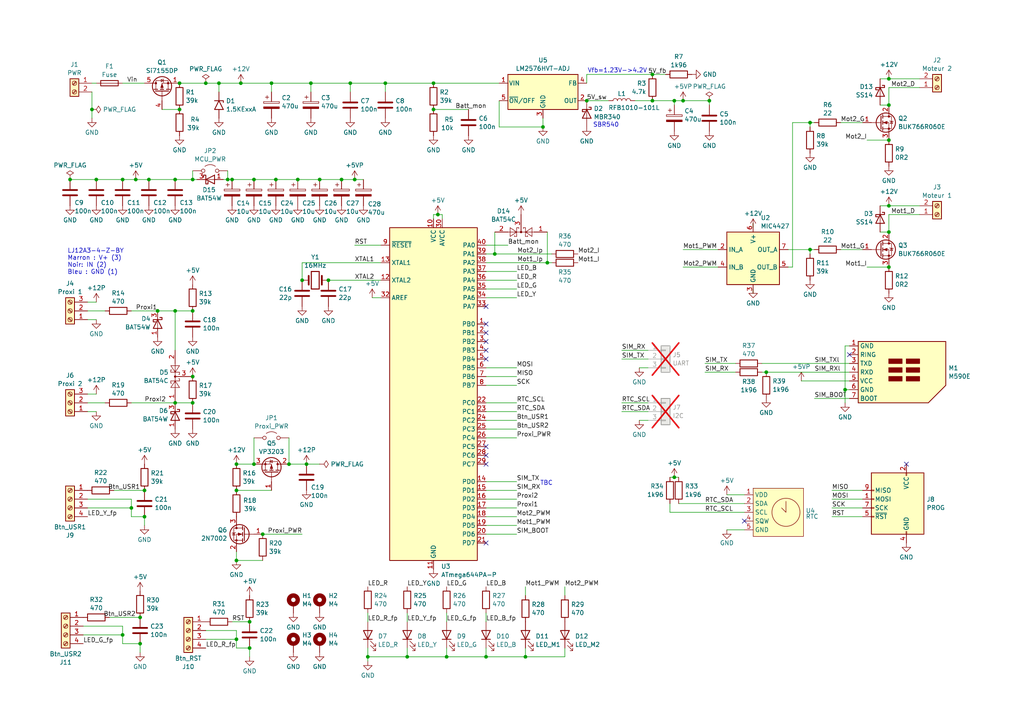
<source format=kicad_sch>
(kicad_sch (version 20231120) (generator "eeschema") (generator_version "8.0")
  (paper "A4")
  (title_block (title "Horse Feeder Ctrl") (date "2025-02-12") (rev "A") (company "Xavier B."))
  (junction (at 152.4 190.5))
  (junction (at 158.75 76.2))
  (junction (at 68.58 142.24))
  (junction (at 101.6 24.13))
  (junction (at 66.04 52.07))
  (junction (at 143.51 73.66))
  (junction (at 78.74 24.13))
  (junction (at 76.2 154.94))
  (junction (at 92.71 52.07))
  (junction (at 88.9 134.62))
  (junction (at 86.36 52.07))
  (junction (at 55.88 109.22))
  (junction (at 55.88 90.17))
  (junction (at 68.58 162.56))
  (junction (at 257.81 22.86))
  (junction (at 35.56 184.15))
  (junction (at 39.37 52.07))
  (junction (at 73.66 52.07))
  (junction (at 129.54 190.5))
  (junction (at 68.58 185.42))
  (junction (at 50.8 116.84))
  (junction (at 45.72 90.17))
  (junction (at 106.68 190.5))
  (junction (at 69.85 24.13))
  (junction (at 234.95 35.56))
  (junction (at 257.81 40.64))
  (junction (at 257.81 30.48))
  (junction (at 111.76 24.13))
  (junction (at 99.06 52.07))
  (junction (at 90.17 24.13))
  (junction (at 95.25 81.28))
  (junction (at 73.66 134.62))
  (junction (at 125.73 24.13))
  (junction (at 102.87 52.07))
  (junction (at 72.39 180.34))
  (junction (at 234.95 72.39))
  (junction (at 189.23 29.21))
  (junction (at 55.88 52.07))
  (junction (at 67.31 52.07))
  (junction (at 72.39 187.96))
  (junction (at 63.5 24.13))
  (junction (at 257.81 59.69))
  (junction (at 59.69 24.13))
  (junction (at 189.23 21.59))
  (junction (at 195.58 29.21))
  (junction (at 80.01 52.07))
  (junction (at 38.1 147.32))
  (junction (at 68.58 134.62))
  (junction (at 257.81 67.31))
  (junction (at 55.88 116.84))
  (junction (at 195.58 138.43))
  (junction (at 125.73 31.75))
  (junction (at 50.8 52.07))
  (junction (at 26.67 31.75))
  (junction (at 40.64 179.07))
  (junction (at 83.82 134.62))
  (junction (at 222.25 107.95))
  (junction (at 170.18 29.21))
  (junction (at 43.18 52.07))
  (junction (at 41.91 142.24))
  (junction (at 205.74 29.21))
  (junction (at 157.48 36.83))
  (junction (at 35.56 52.07))
  (junction (at 140.97 190.5))
  (junction (at 52.07 24.13))
  (junction (at 20.32 52.07))
  (junction (at 198.12 29.21))
  (junction (at 127 62.23))
  (junction (at 87.63 81.28))
  (junction (at 40.64 186.69))
  (junction (at 245.11 113.03))
  (junction (at 27.94 52.07))
  (junction (at 118.11 190.5))
  (junction (at 52.07 31.75))
  (junction (at 257.81 77.47))
  (junction (at 50.8 90.17))
  (junction (at 41.91 149.86))
  (no_connect (at 140.97 132.08))
  (no_connect (at 140.97 99.06))
  (no_connect (at 140.97 88.9))
  (no_connect (at 246.38 102.87))
  (no_connect (at 140.97 96.52))
  (no_connect (at 215.9 151.13))
  (no_connect (at 140.97 93.98))
  (no_connect (at 140.97 104.14))
  (no_connect (at 140.97 129.54))
  (no_connect (at 262.89 134.62))
  (no_connect (at 140.97 157.48))
  (no_connect (at 140.97 134.62))
  (no_connect (at 140.97 101.6))
  (wire (pts (xy 129.54 187.96) (xy 129.54 190.5)))
  (wire (pts (xy 257.81 59.69) (xy 266.7 59.69)))
  (wire (pts (xy 31.75 179.07) (xy 40.64 179.07)))
  (wire (pts (xy 24.13 184.15) (xy 35.56 184.15)))
  (wire (pts (xy 27.94 119.38) (xy 25.4 119.38)))
  (wire (pts (xy 189.23 29.21) (xy 195.58 29.21)))
  (wire (pts (xy 68.58 185.42) (xy 68.58 187.96)))
  (wire (pts (xy 143.51 73.66) (xy 160.02 73.66)))
  (wire (pts (xy 68.58 134.62) (xy 73.66 134.62)))
  (wire (pts (xy 106.68 190.5) (xy 118.11 190.5)))
  (wire (pts (xy 184.15 29.21) (xy 189.23 29.21)))
  (wire (pts (xy 59.69 185.42) (xy 68.58 185.42)))
  (wire (pts (xy 149.86 139.7) (xy 140.97 139.7)))
  (wire (pts (xy 198.12 72.39) (xy 208.28 72.39)))
  (wire (pts (xy 73.66 52.07) (xy 80.01 52.07)))
  (wire (pts (xy 245.11 113.03) (xy 245.11 116.84)))
  (wire (pts (xy 210.82 143.51) (xy 215.9 143.51)))
  (wire (pts (xy 241.3 144.78) (xy 250.19 144.78)))
  (wire (pts (xy 144.78 36.83) (xy 157.48 36.83)))
  (wire (pts (xy 149.86 109.22) (xy 140.97 109.22)))
  (wire (pts (xy 72.39 190.5) (xy 72.39 187.96)))
  (wire (pts (xy 107.95 86.36) (xy 110.49 86.36)))
  (wire (pts (xy 66.04 52.07) (xy 64.77 52.07)))
  (wire (pts (xy 68.58 142.24) (xy 78.74 142.24)))
  (wire (pts (xy 220.98 105.41) (xy 246.38 105.41)))
  (wire (pts (xy 68.58 162.56) (xy 68.58 160.02)))
  (wire (pts (xy 257.81 25.4) (xy 257.81 30.48)))
  (wire (pts (xy 35.56 184.15) (xy 35.56 186.69)))
  (wire (pts (xy 147.32 71.12) (xy 140.97 71.12)))
  (wire (pts (xy 95.25 81.28) (xy 110.49 81.28)))
  (wire (pts (xy 140.97 76.2) (xy 158.75 76.2)))
  (wire (pts (xy 149.86 147.32) (xy 140.97 147.32)))
  (wire (pts (xy 125.73 24.13) (xy 144.78 24.13)))
  (wire (pts (xy 35.56 186.69) (xy 40.64 186.69)))
  (wire (pts (xy 163.83 170.18) (xy 163.83 172.72)))
  (wire (pts (xy 38.1 144.78) (xy 25.4 144.78)))
  (wire (pts (xy 152.4 187.96) (xy 152.4 190.5)))
  (wire (pts (xy 195.58 138.43) (xy 196.85 138.43)))
  (wire (pts (xy 67.31 52.07) (xy 73.66 52.07)))
  (wire (pts (xy 25.4 116.84) (xy 30.48 116.84)))
  (wire (pts (xy 170.18 21.59) (xy 170.18 24.13)))
  (wire (pts (xy 55.88 52.07) (xy 57.15 52.07)))
  (wire (pts (xy 111.76 24.13) (xy 125.73 24.13)))
  (wire (pts (xy 63.5 24.13) (xy 69.85 24.13)))
  (wire (pts (xy 266.7 25.4) (xy 257.81 25.4)))
  (wire (pts (xy 195.58 29.21) (xy 198.12 29.21)))
  (wire (pts (xy 140.97 73.66) (xy 143.51 73.66)))
  (wire (pts (xy 125.73 62.23) (xy 125.73 63.5)))
  (wire (pts (xy 26.67 34.29) (xy 26.67 31.75)))
  (wire (pts (xy 245.11 100.33) (xy 246.38 100.33)))
  (wire (pts (xy 194.31 138.43) (xy 195.58 138.43)))
  (wire (pts (xy 111.76 24.13) (xy 111.76 26.67)))
  (wire (pts (xy 229.87 35.56) (xy 234.95 35.56)))
  (wire (pts (xy 251.46 77.47) (xy 257.81 77.47)))
  (wire (pts (xy 149.86 152.4) (xy 140.97 152.4)))
  (wire (pts (xy 220.98 107.95) (xy 222.25 107.95)))
  (wire (pts (xy 50.8 90.17) (xy 55.88 90.17)))
  (wire (pts (xy 33.02 142.24) (xy 41.91 142.24)))
  (wire (pts (xy 45.72 90.17) (xy 50.8 90.17)))
  (wire (pts (xy 204.47 105.41) (xy 213.36 105.41)))
  (wire (pts (xy 170.18 29.21) (xy 176.53 29.21)))
  (wire (pts (xy 40.64 189.23) (xy 40.64 186.69)))
  (wire (pts (xy 152.4 170.18) (xy 152.4 172.72)))
  (wire (pts (xy 163.83 190.5) (xy 163.83 187.96)))
  (wire (pts (xy 105.41 52.07) (xy 102.87 52.07)))
  (wire (pts (xy 38.1 90.17) (xy 45.72 90.17)))
  (wire (pts (xy 180.34 116.84) (xy 187.96 116.84)))
  (wire (pts (xy 27.94 92.71) (xy 25.4 92.71)))
  (wire (pts (xy 101.6 24.13) (xy 101.6 26.67)))
  (wire (pts (xy 99.06 52.07) (xy 102.87 52.07)))
  (wire (pts (xy 149.86 83.82) (xy 140.97 83.82)))
  (wire (pts (xy 118.11 187.96) (xy 118.11 190.5)))
  (wire (pts (xy 39.37 52.07) (xy 43.18 52.07)))
  (wire (pts (xy 241.3 142.24) (xy 250.19 142.24)))
  (wire (pts (xy 257.81 22.86) (xy 266.7 22.86)))
  (wire (pts (xy 125.73 62.23) (xy 127 62.23)))
  (wire (pts (xy 27.94 87.63) (xy 25.4 87.63)))
  (wire (pts (xy 59.69 182.88) (xy 68.58 182.88)))
  (wire (pts (xy 170.18 21.59) (xy 189.23 21.59)))
  (wire (pts (xy 234.95 73.66) (xy 234.95 72.39)))
  (wire (pts (xy 210.82 153.67) (xy 215.9 153.67)))
  (wire (pts (xy 140.97 190.5) (xy 152.4 190.5)))
  (wire (pts (xy 127 62.23) (xy 128.27 62.23)))
  (wire (pts (xy 149.86 121.92) (xy 140.97 121.92)))
  (wire (pts (xy 35.56 181.61) (xy 24.13 181.61)))
  (wire (pts (xy 149.86 149.86) (xy 140.97 149.86)))
  (wire (pts (xy 41.91 152.4) (xy 41.91 149.86)))
  (wire (pts (xy 158.75 67.31) (xy 158.75 76.2)))
  (wire (pts (xy 160.02 76.2) (xy 158.75 76.2)))
  (wire (pts (xy 25.4 90.17) (xy 30.48 90.17)))
  (wire (pts (xy 180.34 104.14) (xy 187.96 104.14)))
  (wire (pts (xy 73.66 127) (xy 73.66 134.62)))
  (wire (pts (xy 38.1 116.84) (xy 50.8 116.84)))
  (wire (pts (xy 149.86 111.76) (xy 140.97 111.76)))
  (wire (pts (xy 27.94 52.07) (xy 35.56 52.07)))
  (wire (pts (xy 236.22 72.39) (xy 234.95 72.39)))
  (wire (pts (xy 255.27 30.48) (xy 257.81 30.48)))
  (wire (pts (xy 140.97 177.8) (xy 140.97 180.34)))
  (wire (pts (xy 222.25 107.95) (xy 246.38 107.95)))
  (wire (pts (xy 55.88 49.53) (xy 55.88 52.07)))
  (wire (pts (xy 26.67 31.75) (xy 26.67 26.67)))
  (wire (pts (xy 185.42 121.92) (xy 187.96 121.92)))
  (wire (pts (xy 196.85 146.05) (xy 215.9 146.05)))
  (wire (pts (xy 236.22 115.57) (xy 246.38 115.57)))
  (wire (pts (xy 38.1 144.78) (xy 38.1 147.32)))
  (wire (pts (xy 185.42 106.68) (xy 187.96 106.68)))
  (wire (pts (xy 189.23 21.59) (xy 193.04 21.59)))
  (wire (pts (xy 101.6 24.13) (xy 111.76 24.13)))
  (wire (pts (xy 257.81 59.69) (xy 255.27 59.69)))
  (wire (pts (xy 59.69 24.13) (xy 63.5 24.13)))
  (wire (pts (xy 140.97 190.5) (xy 140.97 187.96)))
  (wire (pts (xy 50.8 90.17) (xy 50.8 101.6)))
  (wire (pts (xy 218.44 83.82) (xy 218.44 85.09)))
  (wire (pts (xy 144.78 29.21) (xy 144.78 36.83)))
  (wire (pts (xy 149.86 124.46) (xy 140.97 124.46)))
  (wire (pts (xy 149.86 127) (xy 140.97 127)))
  (wire (pts (xy 68.58 162.56) (xy 76.2 162.56)))
  (wire (pts (xy 87.63 76.2) (xy 87.63 81.28)))
  (wire (pts (xy 83.82 127) (xy 83.82 134.62)))
  (wire (pts (xy 128.27 62.23) (xy 128.27 63.5)))
  (wire (pts (xy 266.7 62.23) (xy 257.81 62.23)))
  (wire (pts (xy 149.86 116.84) (xy 140.97 116.84)))
  (wire (pts (xy 194.31 148.59) (xy 215.9 148.59)))
  (wire (pts (xy 234.95 35.56) (xy 234.95 36.83)))
  (wire (pts (xy 251.46 40.64) (xy 257.81 40.64)))
  (wire (pts (xy 180.34 119.38) (xy 187.96 119.38)))
  (wire (pts (xy 149.86 144.78) (xy 140.97 144.78)))
  (wire (pts (xy 52.07 31.75) (xy 46.99 31.75)))
  (wire (pts (xy 35.56 181.61) (xy 35.56 184.15)))
  (wire (pts (xy 78.74 26.67) (xy 78.74 24.13)))
  (wire (pts (xy 118.11 177.8) (xy 118.11 180.34)))
  (wire (pts (xy 149.86 119.38) (xy 140.97 119.38)))
  (wire (pts (xy 243.84 35.56) (xy 250.19 35.56)))
  (wire (pts (xy 92.71 52.07) (xy 99.06 52.07)))
  (wire (pts (xy 149.86 142.24) (xy 140.97 142.24)))
  (wire (pts (xy 80.01 52.07) (xy 86.36 52.07)))
  (wire (pts (xy 129.54 177.8) (xy 129.54 180.34)))
  (wire (pts (xy 68.58 182.88) (xy 68.58 185.42)))
  (wire (pts (xy 106.68 187.96) (xy 106.68 190.5)))
  (wire (pts (xy 68.58 187.96) (xy 72.39 187.96)))
  (wire (pts (xy 35.56 24.13) (xy 41.91 24.13)))
  (wire (pts (xy 86.36 52.07) (xy 92.71 52.07)))
  (wire (pts (xy 228.6 77.47) (xy 229.87 77.47)))
  (wire (pts (xy 229.87 35.56) (xy 229.87 77.47)))
  (wire (pts (xy 67.31 180.34) (xy 72.39 180.34)))
  (wire (pts (xy 204.47 107.95) (xy 213.36 107.95)))
  (wire (pts (xy 26.67 24.13) (xy 27.94 24.13)))
  (wire (pts (xy 87.63 154.94) (xy 76.2 154.94)))
  (wire (pts (xy 218.44 66.04) (xy 218.44 64.77)))
  (wire (pts (xy 152.4 190.5) (xy 163.83 190.5)))
  (wire (pts (xy 194.31 146.05) (xy 194.31 148.59)))
  (wire (pts (xy 102.87 71.12) (xy 110.49 71.12)))
  (wire (pts (xy 149.86 154.94) (xy 140.97 154.94)))
  (wire (pts (xy 38.1 147.32) (xy 38.1 149.86)))
  (wire (pts (xy 241.3 147.32) (xy 250.19 147.32)))
  (wire (pts (xy 66.04 52.07) (xy 67.31 52.07)))
  (wire (pts (xy 245.11 100.33) (xy 245.11 113.03)))
  (wire (pts (xy 234.95 35.56) (xy 236.22 35.56)))
  (wire (pts (xy 63.5 24.13) (xy 63.5 26.67)))
  (wire (pts (xy 143.51 67.31) (xy 143.51 73.66)))
  (wire (pts (xy 50.8 52.07) (xy 55.88 52.07)))
  (wire (pts (xy 88.9 134.62) (xy 92.71 134.62)))
  (wire (pts (xy 66.04 49.53) (xy 66.04 52.07)))
  (wire (pts (xy 38.1 149.86) (xy 41.91 149.86)))
  (wire (pts (xy 43.18 52.07) (xy 50.8 52.07)))
  (wire (pts (xy 129.54 190.5) (xy 140.97 190.5)))
  (wire (pts (xy 25.4 147.32) (xy 38.1 147.32)))
  (wire (pts (xy 52.07 24.13) (xy 59.69 24.13)))
  (wire (pts (xy 257.81 62.23) (xy 257.81 67.31)))
  (wire (pts (xy 106.68 177.8) (xy 106.68 180.34)))
  (wire (pts (xy 149.86 81.28) (xy 140.97 81.28)))
  (wire (pts (xy 125.73 31.75) (xy 135.89 31.75)))
  (wire (pts (xy 195.58 30.48) (xy 195.58 29.21)))
  (wire (pts (xy 90.17 26.67) (xy 90.17 24.13)))
  (wire (pts (xy 255.27 22.86) (xy 257.81 22.86)))
  (wire (pts (xy 78.74 24.13) (xy 90.17 24.13)))
  (wire (pts (xy 205.74 30.48) (xy 205.74 29.21)))
  (wire (pts (xy 83.82 134.62) (xy 88.9 134.62)))
  (wire (pts (xy 90.17 24.13) (xy 101.6 24.13)))
  (wire (pts (xy 198.12 77.47) (xy 208.28 77.47)))
  (wire (pts (xy 20.32 52.07) (xy 27.94 52.07)))
  (wire (pts (xy 245.11 113.03) (xy 246.38 113.03)))
  (wire (pts (xy 157.48 36.83) (xy 157.48 34.29)))
  (wire (pts (xy 243.84 72.39) (xy 250.19 72.39)))
  (wire (pts (xy 106.68 191.77) (xy 106.68 190.5)))
  (wire (pts (xy 35.56 52.07) (xy 39.37 52.07)))
  (wire (pts (xy 87.63 76.2) (xy 110.49 76.2)))
  (wire (pts (xy 257.81 67.31) (xy 255.27 67.31)))
  (wire (pts (xy 149.86 86.36) (xy 140.97 86.36)))
  (wire (pts (xy 27.94 114.3) (xy 25.4 114.3)))
  (wire (pts (xy 118.11 190.5) (xy 129.54 190.5)))
  (wire (pts (xy 241.3 149.86) (xy 250.19 149.86)))
  (wire (pts (xy 232.41 110.49) (xy 246.38 110.49)))
  (wire (pts (xy 180.34 101.6) (xy 187.96 101.6)))
  (wire (pts (xy 78.74 24.13) (xy 69.85 24.13)))
  (wire (pts (xy 149.86 78.74) (xy 140.97 78.74)))
  (wire (pts (xy 149.86 106.68) (xy 140.97 106.68)))
  (wire (pts (xy 50.8 116.84) (xy 55.88 116.84)))
  (wire (pts (xy 228.6 72.39) (xy 234.95 72.39)))
  (wire (pts (xy 198.12 29.21) (xy 205.74 29.21)))
  (text "LJ12A3-4-Z-BY\nMarron : V+ (3)\nNoir: IN (2)\nBleu : GND (1)" (at 19.558 75.946 0) (effects (font (size 1.27 1.27)) (justify left)))
  (text "TBC" (at 158.496 140.208 0) (effects (font (size 1.27 1.27))))
  (text "Vfb=1.23V->4.2V" (at 179.07 20.574 0) (effects (font (size 1.27 1.27))))
  (text "SBR540" (at 175.768 36.322 0) (effects (font (size 1.27 1.27))))
  (label "Mot1_Ip" (at 157.48 76.2 180))
  (label "MOSI" (at 241.3 144.78 0))
  (label "Mot2_I" (at 251.46 40.64 180))
  (label "SIM_RXl" (at 236.22 107.95 0))
  (label "SIM_RX" (at 149.86 142.24 0))
  (label "Proxi2" (at 41.91 116.84 0))
  (label "Mot2_G" (at 243.84 35.56 0))
  (label "Btn_USR2" (at 39.37 179.07 180))
  (label "RTC_SDA" (at 149.86 119.38 0))
  (label "Mot2_I" (at 167.64 73.66 0))
  (label "Proxi_PWR" (at 149.86 127 0))
  (label "SIM_TX" (at 204.47 105.41 0))
  (label "LED_Y_fp" (at 25.4 149.86 0))
  (label "LED_R" (at 149.86 81.28 0))
  (label "Vin" (at 36.83 24.13 0))
  (label "Mot2_PWM" (at 198.12 77.47 0))
  (label "XTAL2" (at 102.87 81.28 0))
  (label "MISO" (at 149.86 109.22 0))
  (label "Mot1_G" (at 243.84 72.39 0))
  (label "LED_B" (at 140.97 170.18 0))
  (label "LED_B_fp" (at 140.97 180.34 0))
  (label "LED_R_fp" (at 106.68 180.34 0))
  (label "Btn_USR1" (at 40.64 142.24 180))
  (label "LED_Y" (at 118.11 170.18 0))
  (label "SIM_BOOT" (at 149.86 154.94 0))
  (label "RST" (at 241.3 149.86 0))
  (label "LED_G_fp" (at 129.54 180.34 0))
  (label "RTC_SCL" (at 204.47 148.59 0))
  (label "LED_Y_fp" (at 118.11 180.34 0))
  (label "Mot1_PWM" (at 149.86 152.4 0))
  (label "SIM_BOOT" (at 236.22 115.57 0))
  (label "Mot2_D" (at 265.43 25.4 180))
  (label "Proxi2" (at 149.86 144.78 0))
  (label "LED_Y" (at 149.86 86.36 0))
  (label "Mot2_Ip" (at 157.48 73.66 180))
  (label "Mot2_PWM" (at 149.86 149.86 0))
  (label "Btn_USR2" (at 149.86 124.46 0))
  (label "Proxi1" (at 149.86 147.32 0))
  (label "MISO" (at 241.3 142.24 0))
  (label "Btn_USR1" (at 149.86 121.92 0))
  (label "Mot1_D" (at 265.43 62.23 180))
  (label "Mot2_PWM" (at 163.83 170.18 0))
  (label "5V_fb" (at 187.96 21.59 0))
  (label "Batt_mon" (at 147.32 71.12 0))
  (label "RTC_SDA" (at 204.47 146.05 0))
  (label "Mot1_PWM" (at 152.4 170.18 0))
  (label "Proxi_PWR" (at 87.63 154.94 180))
  (label "XTAL1" (at 102.87 76.2 0))
  (label "SIM_RX" (at 180.34 101.6 0))
  (label "SIM_TXl" (at 236.22 105.41 0))
  (label "RTC_SDA" (at 180.34 119.38 0))
  (label "Mot1_I" (at 251.46 77.47 180))
  (label "LED_G" (at 129.54 170.18 0))
  (label "Mot1_PWM" (at 198.12 72.39 0))
  (label "LED_R_fp" (at 59.69 187.96 0))
  (label "Proxi1" (at 39.37 90.17 0))
  (label "SIM_TX" (at 180.34 104.14 0))
  (label "RTC_SCL" (at 180.34 116.84 0))
  (label "Mot1_I" (at 167.64 76.2 0))
  (label "5V_sw" (at 170.18 29.21 0))
  (label "LED_G" (at 149.86 83.82 0))
  (label "RTC_SCL" (at 149.86 116.84 0))
  (label "Batt_mon" (at 132.08 31.75 0))
  (label "LED_B" (at 149.86 78.74 0))
  (label "SCK" (at 241.3 147.32 0))
  (label "SCK" (at 149.86 111.76 0))
  (label "MOSI" (at 149.86 106.68 0))
  (label "LED_G_fp" (at 24.13 186.69 0))
  (label "SIM_TX" (at 149.86 139.7 0))
  (label "RST" (at 67.31 180.34 0))
  (label "LED_R" (at 106.68 170.18 0))
  (label "RST" (at 102.87 71.12 0))
  (label "SIM_RX" (at 204.47 107.95 0))
  (symbol (lib_id "power:GND") (at 45.72 97.79 0) (unit 1)
    (property "Reference" "#PWR044" (effects (hide yes)))
    (property "Value" "GND" (at 45.72 101.9231 0))
    (property "Description" "Power symbol creates a global label with name \"GND\" , ground" (effects (hide yes)))
  )
  (symbol (lib_id "power:GND") (at 27.94 119.38 0) (unit 1)
    (property "Reference" "#PWR053" (effects (hide yes)))
    (property "Value" "GND" (at 27.94 123.5131 0))
    (property "Description" "Power symbol creates a global label with name \"GND\" , ground" (effects (hide yes)))
  )
  (symbol (lib_id "Connector:Screw_Terminal_01x02") (at 271.78 25.4 0) (mirror x) (unit 1)
    (property "Reference" "J2" (at 271.78 17.4455 0))
    (property "Value" "Moteur 2" (at 271.78 19.8698 0))
    (property "Footprint" "footprints:TerminalBlock_bornier-2_P5.08mm" (effects (hide yes)))
    (property "Description" "Generic screw terminal, single row, 01x02, script generated (kicad-library-utils/schlib/autogen/connector/)" (effects (hide yes)))
  )
  (symbol (lib_id "Device:C") (at 41.91 146.05 0) (unit 1)
    (property "Reference" "C21" (at 44.831 144.8378 0) (effects (justify left)))
    (property "Value" "100n" (at 44.831 147.2621 0) (effects (justify left)))
    (property "Footprint" "Capacitor_SMD:C_0805_2012Metric_Pad1.18x1.45mm_HandSolder" (effects (hide yes)))
    (property "Description" "Unpolarized capacitor" (effects (hide yes)))
  )
  (symbol (lib_id "Diode:SS14") (at 255.27 63.5 270) (unit 1)
    (property "Reference" "D3" (at 253.238 61.9703 90) (effects (justify right)))
    (property "Value" "SS14" (at 253.238 64.3946 90) (effects (justify right)))
    (property "Footprint" "Diode_SMD:D_SMA" (effects (hide yes)))
    (property "Datasheet" "https://www.vishay.com/docs/88746/ss12.pdf" (effects (hide yes)))
    (property "Description" "40V 1A Schottky Diode, SMA" (effects (hide yes)))
  )
  (symbol (lib_id "power:GND") (at 50.8 59.69 0) (mirror y) (unit 1)
    (property "Reference" "#PWR028" (effects (hide yes)))
    (property "Value" "GND" (at 50.8 63.8231 0))
    (property "Description" "Power symbol creates a global label with name \"GND\" , ground" (effects (hide yes)))
  )
  (symbol (lib_id "Device:R") (at 40.64 175.26 0) (unit 1)
    (property "Reference" "R30" (at 42.418 174.0478 0) (effects (justify left)))
    (property "Value" "39k" (at 42.418 176.4721 0) (effects (justify left)))
    (property "Footprint" "Resistor_SMD:R_0805_2012Metric_Pad1.20x1.40mm_HandSolder" (effects (hide yes)))
    (property "Description" "Resistor" (effects (hide yes)))
  )
  (symbol (lib_id "Device:C") (at 87.63 85.09 0) (unit 1)
    (property "Reference" "C16" (at 84.709 83.8778 0) (effects (justify right)))
    (property "Value" "22p" (at 84.709 86.3021 0) (effects (justify right)))
    (property "Footprint" "Capacitor_SMD:C_0603_1608Metric_Pad1.08x0.95mm_HandSolder" (effects (hide yes)))
    (property "Description" "Unpolarized capacitor" (effects (hide yes)))
  )
  (symbol (lib_id "Connector:Screw_Terminal_01x04") (at 20.32 144.78 0) (mirror y) (unit 1)
    (property "Reference" "J9" (at 20.32 155.2745 0))
    (property "Value" "Btn_USR1" (at 20.32 152.8502 0))
    (property "Footprint" "footprints:282834-4" (effects (hide yes)))
    (property "Description" "Generic screw terminal, single row, 01x04, script generated (kicad-library-utils/schlib/autogen/connector/)" (effects (hide yes)))
  )
  (symbol (lib_id "Device:L") (at 180.34 29.21 90) (unit 1)
    (property "Reference" "L1" (at 180.34 27.178 90))
    (property "Value" "RFB1010-101L" (at 183.896 31.242 90))
    (property "Footprint" "footprints:RFB1010" (effects (hide yes)))
    (property "Description" "Inductor" (effects (hide yes)))
  )
  (symbol (lib_id "power:GND") (at 72.39 190.5 0) (unit 1)
    (property "Reference" "#PWR068" (effects (hide yes)))
    (property "Value" "GND" (at 72.39 194.6331 0))
    (property "Description" "Power symbol creates a global label with name \"GND\" , ground" (effects (hide yes)))
  )
  (symbol (lib_id "power:+5V") (at 39.37 52.07 0) (unit 1)
    (property "Reference" "#PWR019" (effects (hide yes)))
    (property "Value" "+5V" (at 39.37 47.9369 0))
    (property "Description" "Power symbol creates a global label with name \"+5V\"" (effects (hide yes)))
  )
  (symbol (lib_id "power:GND") (at 43.18 59.69 0) (mirror y) (unit 1)
    (property "Reference" "#PWR027" (effects (hide yes)))
    (property "Value" "GND" (at 43.18 63.8231 0))
    (property "Description" "Power symbol creates a global label with name \"GND\" , ground" (effects (hide yes)))
  )
  (symbol (lib_id "power:+5VP") (at 232.41 110.49 0) (unit 1)
    (property "Reference" "#PWR048" (effects (hide yes)))
    (property "Value" "+5VP" (at 232.41 106.3569 0))
    (property "Description" "Power symbol creates a global label with name \"+5VP\"" (effects (hide yes)))
  )
  (symbol (lib_id "power:GND") (at 27.94 92.71 0) (unit 1)
    (property "Reference" "#PWR041" (effects (hide yes)))
    (property "Value" "GND" (at 27.94 96.8431 0))
    (property "Description" "Power symbol creates a global label with name \"GND\" , ground" (effects (hide yes)))
  )
  (symbol (lib_id "power:GND") (at 218.44 83.82 0) (mirror y) (unit 1)
    (property "Reference" "#PWR036" (effects (hide yes)))
    (property "Value" "GND" (at 218.44 87.9531 0))
    (property "Description" "Power symbol creates a global label with name \"GND\" , ground" (effects (hide yes)))
  )
  (symbol (lib_id "Device:C_Polarized") (at 73.66 55.88 0) (unit 1)
    (property "Reference" "C15" (at 74.93 58.928 0) (effects (justify left)))
    (property "Value" "10u" (at 74.93 61.3523 0) (effects (justify left)))
    (property "Footprint" "Capacitor_SMD:C_0805_2012Metric_Pad1.18x1.45mm_HandSolder" (effects (hide yes)))
    (property "Description" "Polarized capacitor" (effects (hide yes)))
  )
  (symbol (lib_id "Jumper:Jumper_2_Open") (at 78.74 127 0) (unit 1) (exclude_from_sim yes) (in_bom no)
    (property "Reference" "JP1" (at 78.74 121.2045 0))
    (property "Value" "Proxi_PWR" (at 78.74 123.6288 0))
    (property "Footprint" "Jumper:SolderJumper-2_P1.3mm_Open_RoundedPad1.0x1.5mm" (effects (hide yes)))
    (property "Description" "Jumper, 2-pole, open" (effects (hide yes)))
  )
  (symbol (lib_id "Transistor_FET:Si7141DP") (at 46.99 26.67 90) (unit 1)
    (property "Reference" "Q1" (at 46.99 18.0805 90))
    (property "Value" "Si7155DP" (at 46.99 20.5048 90))
    (property "Footprint" "Package_SO:PowerPAK_SO-8_Single" (effects (hide yes)))
    (property "Datasheet" "https://www.vishay.com/docs/65596/si7141dp.pdf" (effects (hide yes)))
    (property "Description" "-60A Id, -20V Vds, 1.9 mOhm Ron, PowerPAK-8" (effects (hide yes)))
  )
  (symbol (lib_id "Mechanical:MountingHole_Pad") (at 92.71 175.26 0) (unit 1) (exclude_from_sim yes) (in_bom no)
    (property "Reference" "H2" (at 95.25 172.7778 0) (effects (justify left)))
    (property "Value" "M4" (at 95.25 175.2021 0) (effects (justify left)))
    (property "Footprint" "MountingHole:MountingHole_4.3mm_M4_Pad_Via" (effects (hide yes)))
    (property "Description" "Mounting Hole with connection" (effects (hide yes)))
  )
  (symbol (lib_id "Device:R") (at 222.25 111.76 180) (unit 1)
    (property "Reference" "R39" (at 224.028 110.5478 0) (effects (justify right)))
    (property "Value" "1k96" (at 224.028 112.9721 0) (effects (justify right)))
    (property "Footprint" "Resistor_SMD:R_0805_2012Metric_Pad1.20x1.40mm_HandSolder" (effects (hide yes)))
    (property "Description" "Resistor" (effects (hide yes)))
  )
  (symbol (lib_id "Device:LED") (at 163.83 184.15 90) (unit 1)
    (property "Reference" "D12" (at 166.751 184.5253 90) (effects (justify right)))
    (property "Value" "LED_M2" (at 166.751 186.9496 90) (effects (justify right)))
    (property "Footprint" "LED_SMD:LED_0805_2012Metric" (effects (hide yes)))
    (property "Description" "Light emitting diode" (effects (hide yes)))
  )
  (symbol (lib_id "Connector_Generic:Conn_01x03") (at 193.04 104.14 0) (unit 1) (dnp yes)
    (property "Reference" "J5" (at 195.072 102.9278 0) (effects (justify left)))
    (property "Value" "UART" (at 195.072 105.3521 0) (effects (justify left)))
    (property "Footprint" "Connector_PinHeader_2.54mm:PinHeader_1x03_P2.54mm_Vertical" (effects (hide yes)))
    (property "Description" "Generic connector, single row, 01x03, script generated (kicad-library-utils/schlib/autogen/connector/)" (effects (hide yes)))
  )
  (symbol (lib_id "Device:R") (at 234.95 77.47 0) (mirror y) (unit 1)
    (property "Reference" "R11" (at 236.728 76.2578 0) (effects (justify right)))
    (property "Value" "39k" (at 236.728 78.6821 0) (effects (justify right)))
    (property "Footprint" "Resistor_SMD:R_0805_2012Metric_Pad1.20x1.40mm_HandSolder" (effects (hide yes)))
    (property "Description" "Resistor" (effects (hide yes)))
  )
  (symbol (lib_id "power:GND") (at 85.09 177.8 0) (unit 1)
    (property "Reference" "#PWR071" (effects (hide yes)))
    (property "Value" "GND" (at 85.09 181.9331 0))
    (property "Description" "Power symbol creates a global label with name \"GND\" , ground" (effects (hide yes)))
  )
  (symbol (lib_id "Diode:BAT54C") (at 151.13 67.31 180) (unit 1)
    (property "Reference" "D14" (at 146.05 61.214 0))
    (property "Value" "BAT54C" (at 146.05 63.6383 0))
    (property "Footprint" "Package_TO_SOT_SMD:SOT-23" (effects (hide yes)))
    (property "Datasheet" "http://www.diodes.com/_files/datasheets/ds11005.pdf" (effects (hide yes)))
    (property "Description" "dual schottky barrier diode, common cathode" (effects (hide yes)))
  )
  (symbol (lib_id "Device:R") (at 52.07 35.56 0) (mirror x) (unit 1)
    (property "Reference" "R4" (at 57.912 34.6597 0) (effects (justify right)))
    (property "Value" "39k" (at 57.912 37.084 0) (effects (justify right)))
    (property "Footprint" "Resistor_SMD:R_0805_2012Metric_Pad1.20x1.40mm_HandSolder" (effects (hide yes)))
    (property "Description" "Resistor" (effects (hide yes)))
  )
  (symbol (lib_id "Device:LED") (at 106.68 184.15 90) (unit 1)
    (property "Reference" "D7" (at 109.601 184.5253 90) (effects (justify right)))
    (property "Value" "LED_R" (at 109.601 186.9496 90) (effects (justify right)))
    (property "Footprint" "LED_THT:LED_D5.0mm" (effects (hide yes)))
    (property "Description" "Light emitting diode" (effects (hide yes)))
  )
  (symbol (lib_id "Device:C") (at 40.64 182.88 0) (unit 1)
    (property "Reference" "C23" (at 43.561 181.6678 0) (effects (justify left)))
    (property "Value" "100n" (at 43.561 184.0921 0) (effects (justify left)))
    (property "Footprint" "Capacitor_SMD:C_0805_2012Metric_Pad1.18x1.45mm_HandSolder" (effects (hide yes)))
    (property "Description" "Unpolarized capacitor" (effects (hide yes)))
  )
  (symbol (lib_id "MCU_Microchip_ATmega:ATmega644PA-P") (at 125.73 114.3 0) (unit 1)
    (property "Reference" "U3" (at 127.9241 164.2801 0) (effects (justify left)))
    (property "Value" "ATmega644PA-P" (at 127.9241 166.7044 0) (effects (justify left)))
    (property "Footprint" "Package_DIP:DIP-40_W15.24mm" (effects (hide yes)))
    (property "Datasheet" "http://ww1.microchip.com/downloads/en/DeviceDoc/Atmel-8272-8-bit-AVR-microcontroller-ATmega164A_PA-324A_PA-644A_PA-1284_P_datasheet.pdf" (effects (hide yes)))
    (property "Description" "20MHz, 64kB Flash, 4kB SRAM, 2kB EEPROM, JTAG, DIP-40" (effects (hide yes)))
  )
  (symbol (lib_id "power:GND") (at 41.91 152.4 0) (unit 1)
    (property "Reference" "#PWR065" (effects (hide yes)))
    (property "Value" "GND" (at 41.91 156.5331 0))
    (property "Description" "Power symbol creates a global label with name \"GND\" , ground" (effects (hide yes)))
  )
  (symbol (lib_id "Mechanical:MountingHole_Pad") (at 92.71 186.69 0) (unit 1) (exclude_from_sim yes) (in_bom no)
    (property "Reference" "H4" (at 95.25 184.2078 0) (effects (justify left)))
    (property "Value" "M4" (at 95.25 186.6321 0) (effects (justify left)))
    (property "Footprint" "MountingHole:MountingHole_4.3mm_M4_Pad_Via" (effects (hide yes)))
    (property "Description" "Mounting Hole with connection" (effects (hide yes)))
  )
  (symbol (lib_id "power:+5V") (at 41.91 134.62 0) (unit 1)
    (property "Reference" "#PWR060" (effects (hide yes)))
    (property "Value" "+5V" (at 41.91 130.4869 0))
    (property "Description" "Power symbol creates a global label with name \"+5V\"" (effects (hide yes)))
  )
  (symbol (lib_id "power:GND") (at 205.74 38.1 0) (mirror y) (unit 1)
    (property "Reference" "#PWR010" (effects (hide yes)))
    (property "Value" "GND" (at 205.74 42.2331 0))
    (property "Description" "Power symbol creates a global label with name \"GND\" , ground" (effects (hide yes)))
  )
  (symbol (lib_id "power:GND") (at 86.36 59.69 0) (mirror y) (unit 1)
    (property "Reference" "#PWR077" (effects (hide yes)))
    (property "Value" "GND" (at 86.36 63.8231 0))
    (property "Description" "Power symbol creates a global label with name \"GND\" , ground" (effects (hide yes)))
  )
  (symbol (lib_id "power:GND") (at 63.5 34.29 0) (mirror y) (unit 1)
    (property "Reference" "#PWR05" (effects (hide yes)))
    (property "Value" "GND" (at 63.5 38.4231 0))
    (property "Description" "Power symbol creates a global label with name \"GND\" , ground" (effects (hide yes)))
  )
  (symbol (lib_id "Device:C") (at 135.89 35.56 0) (unit 1)
    (property "Reference" "C6" (at 138.811 34.3478 0) (effects (justify left)))
    (property "Value" "100n" (at 138.811 36.7721 0) (effects (justify left)))
    (property "Footprint" "Capacitor_SMD:C_0805_2012Metric_Pad1.18x1.45mm_HandSolder" (effects (hide yes)))
    (property "Description" "Unpolarized capacitor" (effects (hide yes)))
  )
  (symbol (lib_id "Device:R") (at 257.81 81.28 0) (mirror y) (unit 1)
    (property "Reference" "R12" (at 259.588 80.0678 0) (effects (justify right)))
    (property "Value" "0R2" (at 259.588 82.4921 0) (effects (justify right)))
    (property "Footprint" "Resistor_SMD:R_1210_3225Metric_Pad1.30x2.65mm_HandSolder" (effects (hide yes)))
    (property "Description" "Resistor" (effects (hide yes)))
  )
  (symbol (lib_id "power:+5V") (at 151.13 62.23 0) (unit 1)
    (property "Reference" "#PWR081" (effects (hide yes)))
    (property "Value" "+5V" (at 151.13 58.0969 0))
    (property "Description" "Power symbol creates a global label with name \"+5V\"" (effects (hide yes)))
  )
  (symbol (lib_id "Device:R") (at 163.83 73.66 90) (unit 1)
    (property "Reference" "R36" (at 163.83 68.4995 90))
    (property "Value" "470" (at 163.83 70.9238 90))
    (property "Footprint" "Resistor_SMD:R_0805_2012Metric_Pad1.20x1.40mm_HandSolder" (effects (hide yes)))
    (property "Description" "Resistor" (effects (hide yes)))
  )
  (symbol (lib_id "Device:LED") (at 152.4 184.15 90) (unit 1)
    (property "Reference" "D11" (at 155.321 184.5253 90) (effects (justify right)))
    (property "Value" "LED_M1" (at 155.321 186.9496 90) (effects (justify right)))
    (property "Footprint" "LED_SMD:LED_0805_2012Metric" (effects (hide yes)))
    (property "Description" "Light emitting diode" (effects (hide yes)))
  )
  (symbol (lib_id "Device:C_Polarized") (at 105.41 55.88 0) (unit 1)
    (property "Reference" "C28" (at 106.68 59.182 0) (effects (justify left)))
    (property "Value" "470u" (at 106.68 61.6063 0) (effects (justify left)))
    (property "Footprint" "Capacitor_THT:CP_Radial_D12.5mm_P5.00mm" (effects (hide yes)))
    (property "Description" "Polarized capacitor" (effects (hide yes)))
  )
  (symbol (lib_id "power:+12V") (at 257.81 22.86 0) (mirror y) (unit 1)
    (property "Reference" "#PWR01" (effects (hide yes)))
    (property "Value" "+12V" (at 257.81 18.7269 0))
    (property "Description" "Power symbol creates a global label with name \"+12V\"" (effects (hide yes)))
  )
  (symbol (lib_id "Device:C") (at 205.74 34.29 0) (unit 1)
    (property "Reference" "C5" (at 208.661 33.0778 0) (effects (justify left)))
    (property "Value" "100n" (at 208.661 35.5021 0) (effects (justify left)))
    (property "Footprint" "Capacitor_SMD:C_0805_2012Metric_Pad1.18x1.45mm_HandSolder" (effects (hide yes)))
    (property "Description" "Unpolarized capacitor" (effects (hide yes)))
  )
  (symbol (lib_id "power:GND") (at 125.73 165.1 0) (unit 1)
    (property "Reference" "#PWR063" (effects (hide yes)))
    (property "Value" "GND" (at 125.73 169.2331 0))
    (property "Description" "Power symbol creates a global label with name \"GND\" , ground" (effects (hide yes)))
  )
  (symbol (lib_id "Device:C") (at 88.9 138.43 0) (unit 1)
    (property "Reference" "C19" (at 90.17 141.3397 0) (effects (justify left)))
    (property "Value" "100n" (at 90.17 143.764 0) (effects (justify left)))
    (property "Footprint" "Capacitor_SMD:C_0805_2012Metric_Pad1.18x1.45mm_HandSolder" (effects (hide yes)))
    (property "Description" "Unpolarized capacitor" (effects (hide yes)))
  )
  (symbol (lib_id "Device:C") (at 27.94 55.88 0) (unit 1)
    (property "Reference" "C10" (at 29.21 58.7897 0) (effects (justify left)))
    (property "Value" "100n" (at 29.21 61.214 0) (effects (justify left)))
    (property "Footprint" "Capacitor_SMD:C_0805_2012Metric_Pad1.18x1.45mm_HandSolder" (effects (hide yes)))
    (property "Description" "Unpolarized capacitor" (effects (hide yes)))
  )
  (symbol (lib_id "Device:R") (at 63.5 180.34 90) (unit 1)
    (property "Reference" "R31" (at 63.5 175.1795 90))
    (property "Value" "470" (at 63.5 177.6038 90))
    (property "Footprint" "Resistor_SMD:R_0805_2012Metric_Pad1.20x1.40mm_HandSolder" (effects (hide yes)))
    (property "Description" "Resistor" (effects (hide yes)))
  )
  (symbol (lib_id "Device:C") (at 55.88 93.98 0) (unit 1)
    (property "Reference" "C18" (at 58.801 92.7678 0) (effects (justify left)))
    (property "Value" "100n" (at 58.801 95.1921 0) (effects (justify left)))
    (property "Footprint" "Capacitor_SMD:C_0805_2012Metric_Pad1.18x1.45mm_HandSolder" (effects (hide yes)))
    (property "Description" "Unpolarized capacitor" (effects (hide yes)))
  )
  (symbol (lib_id "Device:C_Polarized") (at 195.58 34.29 0) (unit 1)
    (property "Reference" "C4" (at 198.501 32.1888 0) (effects (justify left)))
    (property "Value" "470u" (at 198.501 34.6131 0) (effects (justify left)))
    (property "Footprint" "Capacitor_THT:CP_Radial_D12.5mm_P5.00mm" (effects (hide yes)))
    (property "Description" "Polarized capacitor" (effects (hide yes)))
  )
  (symbol (lib_id "Device:LED") (at 129.54 184.15 90) (unit 1)
    (property "Reference" "D9" (at 132.461 184.5253 90) (effects (justify right)))
    (property "Value" "LED_G" (at 132.461 186.9496 90) (effects (justify right)))
    (property "Footprint" "LED_THT:LED_D5.0mm" (effects (hide yes)))
    (property "Description" "Light emitting diode" (effects (hide yes)))
  )
  (symbol (lib_id "Connector:Screw_Terminal_01x03") (at 20.32 90.17 180) (unit 1)
    (property "Reference" "J4" (at 20.32 82.2155 0))
    (property "Value" "Proxi 1" (at 20.32 84.6398 0))
    (property "Footprint" "footprints:282834-3" (effects (hide yes)))
    (property "Description" "Generic screw terminal, single row, 01x03, script generated (kicad-library-utils/schlib/autogen/connector/)" (effects (hide yes)))
  )
  (symbol (lib_id "Diode:BAT54W") (at 60.96 52.07 0) (unit 1)
    (property "Reference" "D15" (at 60.6425 55.0601 0))
    (property "Value" "BAT54W" (at 60.6425 57.4844 0))
    (property "Footprint" "Package_TO_SOT_SMD:SOT-23" (effects (hide yes)))
    (property "Datasheet" "https://assets.nexperia.com/documents/data-sheet/BAT54W_SER.pdf" (effects (hide yes)))
    (property "Description" "Schottky barrier diode, SOT-323" (effects (hide yes)))
  )
  (symbol (lib_id "power:GND") (at 27.94 59.69 0) (mirror y) (unit 1)
    (property "Reference" "#PWR025" (effects (hide yes)))
    (property "Value" "GND" (at 27.94 63.8231 0))
    (property "Description" "Power symbol creates a global label with name \"GND\" , ground" (effects (hide yes)))
  )
  (symbol (lib_id "power:GND") (at 105.41 59.69 0) (mirror y) (unit 1)
    (property "Reference" "#PWR080" (effects (hide yes)))
    (property "Value" "GND" (at 105.41 63.8231 0))
    (property "Description" "Power symbol creates a global label with name \"GND\" , ground" (effects (hide yes)))
  )
  (symbol (lib_id "Device:R") (at 217.17 105.41 90) (unit 1)
    (property "Reference" "R37" (at 217.17 100.2495 90))
    (property "Value" "470" (at 217.17 102.6738 90))
    (property "Footprint" "Resistor_SMD:R_0805_2012Metric_Pad1.20x1.40mm_HandSolder" (effects (hide yes)))
    (property "Description" "Resistor" (effects (hide yes)))
  )
  (symbol (lib_id "power:+5V") (at 195.58 138.43 0) (unit 1)
    (property "Reference" "#PWR075" (effects (hide yes)))
    (property "Value" "+5V" (at 195.58 134.2969 0))
    (property "Description" "Power symbol creates a global label with name \"+5V\"" (effects (hide yes)))
  )
  (symbol (lib_id "power:GND") (at 68.58 162.56 0) (unit 1)
    (property "Reference" "#PWR058" (effects (hide yes)))
    (property "Value" "GND" (at 68.58 166.6931 0))
    (property "Description" "Power symbol creates a global label with name \"GND\" , ground" (effects (hide yes)))
  )
  (symbol (lib_id "power:GND") (at 106.68 191.77 0) (unit 1)
    (property "Reference" "#PWR070" (effects (hide yes)))
    (property "Value" "GND" (at 106.68 195.9031 0))
    (property "Description" "Power symbol creates a global label with name \"GND\" , ground" (effects (hide yes)))
  )
  (symbol (lib_id "power:GND") (at 245.11 116.84 0) (unit 1)
    (property "Reference" "#PWR056" (effects (hide yes)))
    (property "Value" "GND" (at 245.11 120.9731 0))
    (property "Description" "Power symbol creates a global label with name \"GND\" , ground" (effects (hide yes)))
  )
  (symbol (lib_id "Device:C") (at 55.88 120.65 0) (unit 1)
    (property "Reference" "C20" (at 58.801 119.4378 0) (effects (justify left)))
    (property "Value" "100n" (at 58.801 121.8621 0) (effects (justify left)))
    (property "Footprint" "Capacitor_SMD:C_0805_2012Metric_Pad1.18x1.45mm_HandSolder" (effects (hide yes)))
    (property "Description" "Unpolarized capacitor" (effects (hide yes)))
  )
  (symbol (lib_id "Diode:SS14") (at 255.27 26.67 270) (unit 1)
    (property "Reference" "D13" (at 253.238 25.1403 90) (effects (justify right)))
    (property "Value" "SS14" (at 253.238 27.5646 90) (effects (justify right)))
    (property "Footprint" "Diode_SMD:D_SMA" (effects (hide yes)))
    (property "Datasheet" "https://www.vishay.com/docs/88746/ss12.pdf" (effects (hide yes)))
    (property "Description" "40V 1A Schottky Diode, SMA" (effects (hide yes)))
  )
  (symbol (lib_id "power:GND") (at 85.09 189.23 0) (unit 1)
    (property "Reference" "#PWR073" (effects (hide yes)))
    (property "Value" "GND" (at 85.09 193.3631 0))
    (property "Description" "Power symbol creates a global label with name \"GND\" , ground" (effects (hide yes)))
  )
  (symbol (lib_id "Device:R") (at 140.97 173.99 0) (unit 1)
    (property "Reference" "R27" (at 142.748 172.7778 0) (effects (justify left)))
    (property "Value" "470" (at 142.748 175.2021 0) (effects (justify left)))
    (property "Footprint" "Resistor_SMD:R_0805_2012Metric_Pad1.20x1.40mm_HandSolder" (effects (hide yes)))
    (property "Description" "Resistor" (effects (hide yes)))
  )
  (symbol (lib_id "Device:R") (at 163.83 76.2 90) (unit 1)
    (property "Reference" "R35" (at 163.83 78.9361 90))
    (property "Value" "470" (at 163.83 81.3604 90))
    (property "Footprint" "Resistor_SMD:R_0805_2012Metric_Pad1.20x1.40mm_HandSolder" (effects (hide yes)))
    (property "Description" "Resistor" (effects (hide yes)))
  )
  (symbol (lib_id "Diode:1.5KExxA") (at 63.5 30.48 270) (unit 1)
    (property "Reference" "D1" (at 65.532 29.2678 90) (effects (justify left)))
    (property "Value" "1.5KExxA" (at 65.532 31.6921 90) (effects (justify left)))
    (property "Footprint" "Diode_THT:D_DO-201AE_P15.24mm_Horizontal" (effects (hide yes)))
    (property "Datasheet" "https://www.vishay.com/docs/88301/15ke.pdf" (effects (hide yes)))
    (property "Description" "1500W unidirectional TRANSZORB® Transient Voltage Suppressor, DO-201AE" (effects (hide yes)))
  )
  (symbol (lib_id "power:GND") (at 95.25 88.9 0) (mirror y) (unit 1)
    (property "Reference" "#PWR035" (effects (hide yes)))
    (property "Value" "GND" (at 95.25 93.0331 0))
    (property "Description" "Power symbol creates a global label with name \"GND\" , ground" (effects (hide yes)))
  )
  (symbol (lib_id "Mechanical:MountingHole_Pad") (at 85.09 175.26 0) (unit 1) (exclude_from_sim yes) (in_bom no)
    (property "Reference" "H1" (at 87.63 172.7778 0) (effects (justify left)))
    (property "Value" "M4" (at 87.63 175.2021 0) (effects (justify left)))
    (property "Footprint" "MountingHole:MountingHole_4.3mm_M4_Pad_Via" (effects (hide yes)))
    (property "Description" "Mounting Hole with connection" (effects (hide yes)))
  )
  (symbol (lib_id "power:+5V") (at 55.88 109.22 0) (unit 1)
    (property "Reference" "#PWR049" (effects (hide yes)))
    (property "Value" "+5V" (at 55.88 105.0869 0))
    (property "Description" "Power symbol creates a global label with name \"+5V\"" (effects (hide yes)))
  )
  (symbol (lib_id "power:GND") (at 92.71 189.23 0) (unit 1)
    (property "Reference" "#PWR074" (effects (hide yes)))
    (property "Value" "GND" (at 92.71 193.3631 0))
    (property "Description" "Power symbol creates a global label with name \"GND\" , ground" (effects (hide yes)))
  )
  (symbol (lib_id "power:+12P") (at 27.94 114.3 0) (unit 1)
    (property "Reference" "#PWR051" (effects (hide yes)))
    (property "Value" "+12P" (at 27.94 110.1669 0))
    (property "Description" "Power symbol creates a global label with name \"+12P\"" (effects (hide yes)))
  )
  (symbol (lib_id "power:+12P") (at 27.94 87.63 0) (unit 1)
    (property "Reference" "#PWR040" (effects (hide yes)))
    (property "Value" "+12P" (at 27.94 83.4969 0))
    (property "Description" "Power symbol creates a global label with name \"+12P\"" (effects (hide yes)))
  )
  (symbol (lib_id "Device:R") (at 125.73 27.94 0) (mirror x) (unit 1)
    (property "Reference" "R2" (at 127.508 26.7278 0) (effects (justify left)))
    (property "Value" "39k" (at 127.508 29.1521 0) (effects (justify left)))
    (property "Footprint" "Resistor_SMD:R_0805_2012Metric_Pad1.20x1.40mm_HandSolder" (effects (hide yes)))
    (property "Description" "Resistor" (effects (hide yes)))
  )
  (symbol (lib_id "power:GND") (at 257.81 85.09 0) (mirror y) (unit 1)
    (property "Reference" "#PWR039" (effects (hide yes)))
    (property "Value" "GND" (at 257.81 89.2231 0))
    (property "Description" "Power symbol creates a global label with name \"GND\" , ground" (effects (hide yes)))
  )
  (symbol (lib_id "Device:Q_NMOS_GDS") (at 255.27 72.39 0) (unit 1)
    (property "Reference" "Q3" (at 260.477 71.1778 0) (effects (justify left)))
    (property "Value" "BUK766R060E" (at 260.477 73.6021 0) (effects (justify left)))
    (property "Footprint" "Package_TO_SOT_SMD:TO-263-2" (effects (hide yes)))
    (property "Description" "N-MOSFET transistor, gate/drain/source" (effects (hide yes)))
  )
  (symbol (lib_id "Device:R") (at 34.29 116.84 90) (unit 1)
    (property "Reference" "R19" (at 34.29 111.6795 90))
    (property "Value" "470" (at 34.29 114.1038 90))
    (property "Footprint" "Resistor_SMD:R_0805_2012Metric_Pad1.20x1.40mm_HandSolder" (effects (hide yes)))
    (property "Description" "Resistor" (effects (hide yes)))
  )
  (symbol (lib_id "Diode:MBR340") (at 170.18 33.02 270) (unit 1)
    (property "Reference" "D2" (at 172.212 31.4903 90) (effects (justify left)))
    (property "Value" "MBR340" (at 172.212 33.9146 90) (effects (justify left)))
    (property "Footprint" "Diode_THT:D_DO-201AD_P15.24mm_Horizontal" (effects (hide yes)))
    (property "Datasheet" "http://www.onsemi.com/pub_link/Collateral/MBR340-D.PDF" (effects (hide yes)))
    (property "Description" "40V 3A Schottky Barrier Rectifier Diode, DO-201AD" (effects (hide yes)))
  )
  (symbol (lib_id "power:GND") (at 257.81 48.26 0) (mirror y) (unit 1)
    (property "Reference" "#PWR017" (effects (hide yes)))
    (property "Value" "GND" (at 257.81 52.3931 0))
    (property "Description" "Power symbol creates a global label with name \"GND\" , ground" (effects (hide yes)))
  )
  (symbol (lib_id "_MYLIBRARY:DS3231_RTC_module") (at 226.06 148.59 0) (mirror y) (unit 1)
    (property "Reference" "U4" (at 233.68 148.1208 0) (effects (justify right)))
    (property "Value" "RTC" (at 233.68 149.8022 0) (effects (justify right)))
    (property "Footprint" "footprints:DS3231_RTC_module" (effects (hide yes)))
  )
  (symbol (lib_id "Connector:Screw_Terminal_01x04") (at 19.05 181.61 0) (mirror y) (unit 1)
    (property "Reference" "J11" (at 19.05 192.1045 0))
    (property "Value" "Btn_USR2" (at 19.05 189.6802 0))
    (property "Footprint" "footprints:282834-4" (effects (hide yes)))
    (property "Description" "Generic screw terminal, single row, 01x04, script generated (kicad-library-utils/schlib/autogen/connector/)" (effects (hide yes)))
  )
  (symbol (lib_id "power:GND") (at 50.8 124.46 0) (unit 1)
    (property "Reference" "#PWR054" (effects (hide yes)))
    (property "Value" "GND" (at 50.8 128.5931 0))
    (property "Description" "Power symbol creates a global label with name \"GND\" , ground" (effects (hide yes)))
  )
  (symbol (lib_id "power:GND") (at 234.95 44.45 0) (mirror y) (unit 1)
    (property "Reference" "#PWR016" (effects (hide yes)))
    (property "Value" "GND" (at 234.95 48.5831 0))
    (property "Description" "Power symbol creates a global label with name \"GND\" , ground" (effects (hide yes)))
  )
  (symbol (lib_id "power:GND") (at 262.89 157.48 0) (unit 1)
    (property "Reference" "#PWR064" (effects (hide yes)))
    (property "Value" "GND" (at 262.89 161.6131 0))
    (property "Description" "Power symbol creates a global label with name \"GND\" , ground" (effects (hide yes)))
  )
  (symbol (lib_id "Device:R") (at 163.83 176.53 0) (unit 1)
    (property "Reference" "R29" (at 165.608 175.3178 0) (effects (justify left)))
    (property "Value" "470" (at 165.608 177.7421 0) (effects (justify left)))
    (property "Footprint" "Resistor_SMD:R_0805_2012Metric_Pad1.20x1.40mm_HandSolder" (effects (hide yes)))
    (property "Description" "Resistor" (effects (hide yes)))
  )
  (symbol (lib_id "Device:C_Polarized") (at 78.74 30.48 0) (unit 1)
    (property "Reference" "C2" (at 81.661 28.3788 0) (effects (justify left)))
    (property "Value" "470u" (at 81.661 30.8031 0) (effects (justify left)))
    (property "Footprint" "Capacitor_THT:CP_Radial_D12.5mm_P5.00mm" (effects (hide yes)))
    (property "Description" "Polarized capacitor" (effects (hide yes)))
  )
  (symbol (lib_id "Device:C_Polarized") (at 92.71 55.88 0) (unit 1)
    (property "Reference" "C26" (at 93.98 58.928 0) (effects (justify left)))
    (property "Value" "10u" (at 93.98 61.3523 0) (effects (justify left)))
    (property "Footprint" "Capacitor_SMD:C_0805_2012Metric_Pad1.18x1.45mm_HandSolder" (effects (hide yes)))
    (property "Description" "Polarized capacitor" (effects (hide yes)))
  )
  (symbol (lib_id "Device:R") (at 106.68 173.99 0) (unit 1)
    (property "Reference" "R24" (at 108.458 172.7778 0) (effects (justify left)))
    (property "Value" "470" (at 108.458 175.2021 0) (effects (justify left)))
    (property "Footprint" "Resistor_SMD:R_0805_2012Metric_Pad1.20x1.40mm_HandSolder" (effects (hide yes)))
    (property "Description" "Resistor" (effects (hide yes)))
  )
  (symbol (lib_id "power:+5V") (at 210.82 143.51 0) (unit 1)
    (property "Reference" "#PWR061" (effects (hide yes)))
    (property "Value" "+5V" (at 210.82 139.3769 0))
    (property "Description" "Power symbol creates a global label with name \"+5V\"" (effects (hide yes)))
  )
  (symbol (lib_id "Transistor_FET:2N7002") (at 71.12 154.94 0) (mirror y) (unit 1)
    (property "Reference" "Q6" (at 65.913 153.7278 0) (effects (justify left)))
    (property "Value" "2N7002" (at 65.913 156.1521 0) (effects (justify left)))
    (property "Footprint" "Package_TO_SOT_SMD:SOT-23" (effects (hide yes)))
    (property "Datasheet" "https://www.onsemi.com/pub/Collateral/NDS7002A-D.PDF" (effects (hide yes)))
    (property "Description" "0.115A Id, 60V Vds, N-Channel MOSFET, SOT-23" (effects (hide yes)))
  )
  (symbol (lib_id "Device:R") (at 41.91 138.43 0) (unit 1)
    (property "Reference" "R21" (at 43.688 137.2178 0) (effects (justify left)))
    (property "Value" "39k" (at 43.688 139.6421 0) (effects (justify left)))
    (property "Footprint" "Resistor_SMD:R_0805_2012Metric_Pad1.20x1.40mm_HandSolder" (effects (hide yes)))
    (property "Description" "Resistor" (effects (hide yes)))
  )
  (symbol (lib_id "Connector_Generic:Conn_01x03") (at 193.04 119.38 0) (unit 1) (dnp yes)
    (property "Reference" "J7" (at 195.072 118.1678 0) (effects (justify left)))
    (property "Value" "I2C" (at 195.072 120.5921 0) (effects (justify left)))
    (property "Footprint" "Connector_PinHeader_2.54mm:PinHeader_1x03_P2.54mm_Vertical" (effects (hide yes)))
    (property "Description" "Generic connector, single row, 01x03, script generated (kicad-library-utils/schlib/autogen/connector/)" (effects (hide yes)))
  )
  (symbol (lib_id "Device:R") (at 152.4 176.53 0) (unit 1)
    (property "Reference" "R28" (at 154.178 175.3178 0) (effects (justify left)))
    (property "Value" "470" (at 154.178 177.7421 0) (effects (justify left)))
    (property "Footprint" "Resistor_SMD:R_0805_2012Metric_Pad1.20x1.40mm_HandSolder" (effects (hide yes)))
    (property "Description" "Resistor" (effects (hide yes)))
  )
  (symbol (lib_id "Device:C_Polarized") (at 80.01 55.88 0) (unit 1)
    (property "Reference" "C24" (at 81.28 58.928 0) (effects (justify left)))
    (property "Value" "10u" (at 81.28 61.3523 0) (effects (justify left)))
    (property "Footprint" "Capacitor_SMD:C_0805_2012Metric_Pad1.18x1.45mm_HandSolder" (effects (hide yes)))
    (property "Description" "Polarized capacitor" (effects (hide yes)))
  )
  (symbol (lib_id "Device:Crystal") (at 91.44 81.28 0) (unit 1)
    (property "Reference" "Y1" (at 91.44 74.5701 0))
    (property "Value" "16MHz" (at 91.44 76.9944 0))
    (property "Footprint" "Crystal:Crystal_SMD_HC49-SD" (effects (hide yes)))
    (property "Description" "Two pin crystal" (effects (hide yes)))
  )
  (symbol (lib_id "power:GND") (at 67.31 59.69 0) (mirror y) (unit 1)
    (property "Reference" "#PWR029" (effects (hide yes)))
    (property "Value" "GND" (at 67.31 63.8231 0))
    (property "Description" "Power symbol creates a global label with name \"GND\" , ground" (effects (hide yes)))
  )
  (symbol (lib_id "power:GND") (at 185.42 106.68 0) (unit 1)
    (property "Reference" "#PWR052" (effects (hide yes)))
    (property "Value" "GND" (at 185.42 110.8131 0))
    (property "Description" "Power symbol creates a global label with name \"GND\" , ground" (effects (hide yes)))
  )
  (symbol (lib_id "Diode:BAT54C") (at 50.8 109.22 90) (unit 1)
    (property "Reference" "D5" (at 48.895 108.0078 90) (effects (justify left)))
    (property "Value" "BAT54C" (at 48.895 110.4321 90) (effects (justify left)))
    (property "Footprint" "Package_TO_SOT_SMD:SOT-23" (effects (hide yes)))
    (property "Datasheet" "http://www.diodes.com/_files/datasheets/ds11005.pdf" (effects (hide yes)))
    (property "Description" "dual schottky barrier diode, common cathode" (effects (hide yes)))
  )
  (symbol (lib_id "Device:C") (at 72.39 184.15 0) (unit 1)
    (property "Reference" "C22" (at 75.311 182.9378 0) (effects (justify left)))
    (property "Value" "100n" (at 75.311 185.3621 0) (effects (justify left)))
    (property "Footprint" "Capacitor_SMD:C_0805_2012Metric_Pad1.18x1.45mm_HandSolder" (effects (hide yes)))
    (property "Description" "Unpolarized capacitor" (effects (hide yes)))
  )
  (symbol (lib_id "Device:R") (at 72.39 176.53 0) (unit 1)
    (property "Reference" "R23" (at 74.168 175.3178 0) (effects (justify left)))
    (property "Value" "39k" (at 74.168 177.7421 0) (effects (justify left)))
    (property "Footprint" "Resistor_SMD:R_0805_2012Metric_Pad1.20x1.40mm_HandSolder" (effects (hide yes)))
    (property "Description" "Resistor" (effects (hide yes)))
  )
  (symbol (lib_id "Regulator_Switching:LM2576HVT-ADJ") (at 157.48 26.67 0) (unit 1)
    (property "Reference" "U5" (at 157.48 17.4455 0))
    (property "Value" "LM2576HVT-ADJ" (at 157.48 19.8698 0))
    (property "Footprint" "Package_TO_SOT_THT:TO-220-5_Vertical" (effects (hide yes)))
    (property "Datasheet" "http://www.ti.com/lit/ds/symlink/lm2576.pdf" (effects (hide yes)))
    (property "Description" "Adjustable Output Voltage, 3A SIMPLE SWITCHER® Step-Down Voltage Regulator, High Voltage Input, TO-220-5" (effects (hide yes)))
  )
  (symbol (lib_id "power:PWR_FLAG") (at 205.74 29.21 0) (unit 1)
    (property "Reference" "#FLG02" (effects (hide yes)))
    (property "Value" "PWR_FLAG" (at 205.74 25.0769 0))
    (property "Description" "Special symbol for telling ERC where power comes from" (effects (hide yes)))
  )
  (symbol (lib_id "Device:R") (at 55.88 113.03 0) (unit 1)
    (property "Reference" "R17" (at 57.658 111.8178 0) (effects (justify left)))
    (property "Value" "39k" (at 57.658 114.2421 0) (effects (justify left)))
    (property "Footprint" "Resistor_SMD:R_0805_2012Metric_Pad1.20x1.40mm_HandSolder" (effects (hide yes)))
    (property "Description" "Resistor" (effects (hide yes)))
  )
  (symbol (lib_id "power:GND") (at 195.58 38.1 0) (mirror y) (unit 1)
    (property "Reference" "#PWR09" (effects (hide yes)))
    (property "Value" "GND" (at 195.58 42.2331 0))
    (property "Description" "Power symbol creates a global label with name \"GND\" , ground" (effects (hide yes)))
  )
  (symbol (lib_id "Mechanical:MountingHole_Pad") (at 85.09 186.69 0) (unit 1) (exclude_from_sim yes) (in_bom no)
    (property "Reference" "H3" (at 87.63 184.2078 0) (effects (justify left)))
    (property "Value" "M4" (at 87.63 186.6321 0) (effects (justify left)))
    (property "Footprint" "MountingHole:MountingHole_4.3mm_M4_Pad_Via" (effects (hide yes)))
    (property "Description" "Mounting Hole with connection" (effects (hide yes)))
  )
  (symbol (lib_id "Device:R") (at 257.81 44.45 0) (mirror y) (unit 1)
    (property "Reference" "R9" (at 259.588 43.2378 0) (effects (justify right)))
    (property "Value" "0R2" (at 259.588 45.6621 0) (effects (justify right)))
    (property "Footprint" "Resistor_SMD:R_1210_3225Metric_Pad1.30x2.65mm_HandSolder" (effects (hide yes)))
    (property "Description" "Resistor" (effects (hide yes)))
  )
  (symbol (lib_id "power:+5V") (at 40.64 171.45 0) (unit 1)
    (property "Reference" "#PWR067" (effects (hide yes)))
    (property "Value" "+5V" (at 40.64 167.3169 0))
    (property "Description" "Power symbol creates a global label with name \"+5V\"" (effects (hide yes)))
  )
  (symbol (lib_id "Device:R") (at 29.21 142.24 90) (unit 1)
    (property "Reference" "R22" (at 29.21 137.0795 90))
    (property "Value" "470" (at 29.21 139.5038 90))
    (property "Footprint" "Resistor_SMD:R_0805_2012Metric_Pad1.20x1.40mm_HandSolder" (effects (hide yes)))
    (property "Description" "Resistor" (effects (hide yes)))
  )
  (symbol (lib_id "power:GND") (at 135.89 39.37 0) (mirror y) (unit 1)
    (property "Reference" "#PWR014" (effects (hide yes)))
    (property "Value" "GND" (at 135.89 43.5031 0))
    (property "Description" "Power symbol creates a global label with name \"GND\" , ground" (effects (hide yes)))
  )
  (symbol (lib_id "Device:Q_PMOS_GDS") (at 78.74 137.16 270) (mirror x) (unit 1)
    (property "Reference" "Q5" (at 78.74 128.5705 90))
    (property "Value" "VP3203" (at 78.74 130.9948 90))
    (property "Footprint" "Package_TO_SOT_SMD:SOT-89-3_Handsoldering" (effects (hide yes)))
    (property "Description" "P-MOSFET transistor, gate/drain/source" (effects (hide yes)))
  )
  (symbol (lib_id "power:GND") (at 55.88 97.79 0) (unit 1)
    (property "Reference" "#PWR045" (effects (hide yes)))
    (property "Value" "GND" (at 55.88 101.9231 0))
    (property "Description" "Power symbol creates a global label with name \"GND\" , ground" (effects (hide yes)))
  )
  (symbol (lib_id "Device:R") (at 76.2 158.75 0) (unit 1)
    (property "Reference" "R20" (at 77.978 157.5378 0) (effects (justify left)))
    (property "Value" "39k" (at 77.978 159.9621 0) (effects (justify left)))
    (property "Footprint" "Resistor_SMD:R_0805_2012Metric_Pad1.20x1.40mm_HandSolder" (effects (hide yes)))
    (property "Description" "Resistor" (effects (hide yes)))
  )
  (symbol (lib_id "power:GND") (at 185.42 121.92 0) (unit 1)
    (property "Reference" "#PWR057" (effects (hide yes)))
    (property "Value" "GND" (at 185.42 126.0531 0))
    (property "Description" "Power symbol creates a global label with name \"GND\" , ground" (effects (hide yes)))
  )
  (symbol (lib_id "Device:C_Polarized") (at 86.36 55.88 0) (unit 1)
    (property "Reference" "C25" (at 87.63 58.928 0) (effects (justify left)))
    (property "Value" "10u" (at 87.63 61.3523 0) (effects (justify left)))
    (property "Footprint" "Capacitor_SMD:C_0805_2012Metric_Pad1.18x1.45mm_HandSolder" (effects (hide yes)))
    (property "Description" "Polarized capacitor" (effects (hide yes)))
  )
  (symbol (lib_id "power:GND") (at 20.32 59.69 0) (mirror y) (unit 1)
    (property "Reference" "#PWR024" (effects (hide yes)))
    (property "Value" "GND" (at 20.32 63.8231 0))
    (property "Description" "Power symbol creates a global label with name \"GND\" , ground" (effects (hide yes)))
  )
  (symbol (lib_id "power:GND") (at 99.06 59.69 0) (mirror y) (unit 1)
    (property "Reference" "#PWR079" (effects (hide yes)))
    (property "Value" "GND" (at 99.06 63.8231 0))
    (property "Description" "Power symbol creates a global label with name \"GND\" , ground" (effects (hide yes)))
  )
  (symbol (lib_id "Device:C") (at 101.6 30.48 0) (unit 1)
    (property "Reference" "C7" (at 104.521 29.2678 0) (effects (justify left)))
    (property "Value" "100n" (at 104.521 31.6921 0) (effects (justify left)))
    (property "Footprint" "Capacitor_SMD:C_0805_2012Metric_Pad1.18x1.45mm_HandSolder" (effects (hide yes)))
    (property "Description" "Unpolarized capacitor" (effects (hide yes)))
  )
  (symbol (lib_id "Device:C") (at 20.32 55.88 0) (unit 1)
    (property "Reference" "C9" (at 21.59 58.7897 0) (effects (justify left)))
    (property "Value" "100n" (at 21.59 61.214 0) (effects (justify left)))
    (property "Footprint" "Capacitor_SMD:C_0805_2012Metric_Pad1.18x1.45mm_HandSolder" (effects (hide yes)))
    (property "Description" "Unpolarized capacitor" (effects (hide yes)))
  )
  (symbol (lib_id "Device:R") (at 68.58 138.43 0) (unit 1)
    (property "Reference" "R16" (at 70.358 137.2178 0) (effects (justify left)))
    (property "Value" "39k" (at 70.358 139.6421 0) (effects (justify left)))
    (property "Footprint" "Resistor_SMD:R_0805_2012Metric_Pad1.20x1.40mm_HandSolder" (effects (hide yes)))
    (property "Description" "Resistor" (effects (hide yes)))
  )
  (symbol (lib_id "Connector:Screw_Terminal_01x03") (at 20.32 116.84 180) (unit 1)
    (property "Reference" "J6" (at 20.32 108.8855 0))
    (property "Value" "Proxi 2" (at 20.32 111.3098 0))
    (property "Footprint" "footprints:282834-3" (effects (hide yes)))
    (property "Description" "Generic screw terminal, single row, 01x03, script generated (kicad-library-utils/schlib/autogen/connector/)" (effects (hide yes)))
  )
  (symbol (lib_id "Device:R") (at 118.11 173.99 0) (unit 1)
    (property "Reference" "R25" (at 119.888 172.7778 0) (effects (justify left)))
    (property "Value" "470" (at 119.888 175.2021 0) (effects (justify left)))
    (property "Footprint" "Resistor_SMD:R_0805_2012Metric_Pad1.20x1.40mm_HandSolder" (effects (hide yes)))
    (property "Description" "Resistor" (effects (hide yes)))
  )
  (symbol (lib_id "power:GND") (at 200.66 21.59 90) (mirror x) (unit 1)
    (property "Reference" "#PWR015" (effects (hide yes)))
    (property "Value" "GND" (at 203.835 21.59 90) (effects (justify right)))
    (property "Description" "Power symbol creates a global label with name \"GND\" , ground" (effects (hide yes)))
  )
  (symbol (lib_id "power:GND") (at 210.82 153.67 0) (unit 1)
    (property "Reference" "#PWR062" (effects (hide yes)))
    (property "Value" "GND" (at 210.82 157.48 0))
    (property "Description" "Power symbol creates a global label with name \"GND\" , ground" (effects (hide yes)))
  )
  (symbol (lib_id "power:+12P") (at 88.9 134.62 0) (unit 1)
    (property "Reference" "#PWR047" (effects (hide yes)))
    (property "Value" "+12P" (at 88.9 130.4869 0))
    (property "Description" "Power symbol creates a global label with name \"+12P\"" (effects (hide yes)))
  )
  (symbol (lib_id "Device:LED") (at 140.97 184.15 90) (unit 1)
    (property "Reference" "D10" (at 143.891 184.5253 90) (effects (justify right)))
    (property "Value" "LED_B" (at 143.891 186.9496 90) (effects (justify right)))
    (property "Footprint" "LED_THT:LED_D5.0mm" (effects (hide yes)))
    (property "Description" "Light emitting diode" (effects (hide yes)))
  )
  (symbol (lib_id "power:GND") (at 35.56 59.69 0) (mirror y) (unit 1)
    (property "Reference" "#PWR026" (effects (hide yes)))
    (property "Value" "GND" (at 35.56 63.8231 0))
    (property "Description" "Power symbol creates a global label with name \"GND\" , ground" (effects (hide yes)))
  )
  (symbol (lib_id "Diode:BAT54W") (at 45.72 93.98 270) (unit 1)
    (property "Reference" "D4" (at 43.688 92.4503 90) (effects (justify right)))
    (property "Value" "BAT54W" (at 43.688 94.8746 90) (effects (justify right)))
    (property "Footprint" "Package_TO_SOT_SMD:SOT-23" (effects (hide yes)))
    (property "Datasheet" "https://assets.nexperia.com/documents/data-sheet/BAT54W_SER.pdf" (effects (hide yes)))
    (property "Description" "Schottky barrier diode, SOT-323" (effects (hide yes)))
  )
  (symbol (lib_id "power:GND") (at 88.9 142.24 0) (mirror y) (unit 1)
    (property "Reference" "#PWR050" (effects (hide yes)))
    (property "Value" "GND" (at 88.9 146.3731 0))
    (property "Description" "Power symbol creates a global label with name \"GND\" , ground" (effects (hide yes)))
  )
  (symbol (lib_id "Diode:BAT54W") (at 50.8 120.65 270) (unit 1)
    (property "Reference" "D6" (at 48.768 119.1203 90) (effects (justify right)))
    (property "Value" "BAT54W" (at 48.768 121.5446 90) (effects (justify right)))
    (property "Footprint" "Package_TO_SOT_SMD:SOT-23" (effects (hide yes)))
    (property "Datasheet" "https://assets.nexperia.com/documents/data-sheet/BAT54W_SER.pdf" (effects (hide yes)))
    (property "Description" "Schottky barrier diode, SOT-323" (effects (hide yes)))
  )
  (symbol (lib_id "power:GND") (at 90.17 34.29 0) (mirror y) (unit 1)
    (property "Reference" "#PWR07" (effects (hide yes)))
    (property "Value" "GND" (at 90.17 38.4231 0))
    (property "Description" "Power symbol creates a global label with name \"GND\" , ground" (effects (hide yes)))
  )
  (symbol (lib_id "Device:R") (at 189.23 25.4 0) (unit 1)
    (property "Reference" "R3" (at 187.4521 24.1878 0) (effects (justify right)))
    (property "Value" "4.7k" (at 187.4521 26.6121 0) (effects (justify right)))
    (property "Footprint" "Resistor_SMD:R_0805_2012Metric_Pad1.20x1.40mm_HandSolder" (effects (hide yes)))
    (property "Description" "Resistor" (effects (hide yes)))
  )
  (symbol (lib_id "power:+12V") (at 218.44 66.04 0) (mirror y) (unit 1)
    (property "Reference" "#PWR031" (effects (hide yes)))
    (property "Value" "+12V" (at 218.44 61.9069 0))
    (property "Description" "Power symbol creates a global label with name \"+12V\"" (effects (hide yes)))
  )
  (symbol (lib_id "Device:R") (at 129.54 173.99 0) (unit 1)
    (property "Reference" "R26" (at 131.318 172.7778 0) (effects (justify left)))
    (property "Value" "470" (at 131.318 175.2021 0) (effects (justify left)))
    (property "Footprint" "Resistor_SMD:R_0805_2012Metric_Pad1.20x1.40mm_HandSolder" (effects (hide yes)))
    (property "Description" "Resistor" (effects (hide yes)))
  )
  (symbol (lib_id "power:GND") (at 92.71 59.69 0) (mirror y) (unit 1)
    (property "Reference" "#PWR078" (effects (hide yes)))
    (property "Value" "GND" (at 92.71 63.8231 0))
    (property "Description" "Power symbol creates a global label with name \"GND\" , ground" (effects (hide yes)))
  )
  (symbol (lib_id "power:PWR_FLAG") (at 20.32 52.07 0) (unit 1)
    (property "Reference" "#FLG05" (effects (hide yes)))
    (property "Value" "PWR_FLAG" (at 20.32 47.9369 0))
    (property "Description" "Special symbol for telling ERC where power comes from" (effects (hide yes)))
  )
  (symbol (lib_id "Device:C_Polarized") (at 67.31 55.88 0) (unit 1)
    (property "Reference" "C14" (at 68.58 58.928 0) (effects (justify left)))
    (property "Value" "10u" (at 68.58 61.3523 0) (effects (justify left)))
    (property "Footprint" "Capacitor_SMD:C_0805_2012Metric_Pad1.18x1.45mm_HandSolder" (effects (hide yes)))
    (property "Description" "Polarized capacitor" (effects (hide yes)))
  )
  (symbol (lib_id "Device:R") (at 68.58 146.05 0) (mirror x) (unit 1)
    (property "Reference" "R18" (at 74.422 145.1497 0) (effects (justify right)))
    (property "Value" "39k" (at 74.422 147.574 0) (effects (justify right)))
    (property "Footprint" "Resistor_SMD:R_0805_2012Metric_Pad1.20x1.40mm_HandSolder" (effects (hide yes)))
    (property "Description" "Resistor" (effects (hide yes)))
  )
  (symbol (lib_id "Driver_FET:MIC4427") (at 218.44 74.93 0) (unit 1)
    (property "Reference" "U2" (at 220.6341 63.1655 0) (effects (justify left)))
    (property "Value" "MIC4427" (at 220.6341 65.5898 0) (effects (justify left)))
    (property "Footprint" "Package_DIP:DIP-8_W7.62mm_Socket_LongPads" (effects (hide yes)))
    (property "Datasheet" "http://ww1.microchip.com/downloads/en/DeviceDoc/mic4426.pdf" (effects (hide yes)))
    (property "Description" "Dual 1.5A-Peak Low-Side MOSFET Driver, DIP-8/SOIC-8/MSOP-8" (effects (hide yes)))
  )
  (symbol (lib_id "Device:R") (at 240.03 72.39 90) (mirror x) (unit 1)
    (property "Reference" "R10" (at 240.03 67.2295 90))
    (property "Value" "22" (at 240.03 69.6538 90))
    (property "Footprint" "Resistor_SMD:R_0805_2012Metric_Pad1.20x1.40mm_HandSolder" (effects (hide yes)))
    (property "Description" "Resistor" (effects (hide yes)))
  )
  (symbol (lib_id "power:+5V") (at 72.39 172.72 0) (unit 1)
    (property "Reference" "#PWR066" (effects (hide yes)))
    (property "Value" "+5V" (at 72.39 168.5869 0))
    (property "Description" "Power symbol creates a global label with name \"+5V\"" (effects (hide yes)))
  )
  (symbol (lib_id "power:GND") (at 111.76 34.29 0) (mirror y) (unit 1)
    (property "Reference" "#PWR023" (effects (hide yes)))
    (property "Value" "GND" (at 111.76 38.4231 0))
    (property "Description" "Power symbol creates a global label with name \"GND\" , ground" (effects (hide yes)))
  )
  (symbol (lib_id "power:+12V") (at 69.85 24.13 0) (unit 1)
    (property "Reference" "#PWR02" (effects (hide yes)))
    (property "Value" "+12V" (at 69.85 19.9969 0))
    (property "Description" "Power symbol creates a global label with name \"+12V\"" (effects (hide yes)))
  )
  (symbol (lib_id "power:PWR_FLAG") (at 59.69 24.13 0) (unit 1)
    (property "Reference" "#FLG01" (effects (hide yes)))
    (property "Value" "PWR_FLAG" (at 59.69 19.9969 0))
    (property "Description" "Special symbol for telling ERC where power comes from" (effects (hide yes)))
  )
  (symbol (lib_id "power:GND") (at 170.18 36.83 0) (mirror y) (unit 1)
    (property "Reference" "#PWR08" (effects (hide yes)))
    (property "Value" "GND" (at 170.18 40.9631 0))
    (property "Description" "Power symbol creates a global label with name \"GND\" , ground" (effects (hide yes)))
  )
  (symbol (lib_id "Connector:Screw_Terminal_01x04") (at 54.61 182.88 0) (mirror y) (unit 1)
    (property "Reference" "J10" (at 54.61 193.3745 0))
    (property "Value" "Btn_RST" (at 54.61 190.9502 0))
    (property "Footprint" "footprints:282834-4" (effects (hide yes)))
    (property "Description" "Generic screw terminal, single row, 01x04, script generated (kicad-library-utils/schlib/autogen/connector/)" (effects (hide yes)))
  )
  (symbol (lib_id "power:GND") (at 87.63 88.9 0) (mirror y) (unit 1)
    (property "Reference" "#PWR034" (effects (hide yes)))
    (property "Value" "GND" (at 87.63 93.0331 0))
    (property "Description" "Power symbol creates a global label with name \"GND\" , ground" (effects (hide yes)))
  )
  (symbol (lib_id "power:GND") (at 80.01 59.69 0) (mirror y) (unit 1)
    (property "Reference" "#PWR076" (effects (hide yes)))
    (property "Value" "GND" (at 80.01 63.8231 0))
    (property "Description" "Power symbol creates a global label with name \"GND\" , ground" (effects (hide yes)))
  )
  (symbol (lib_id "Connector:Screw_Terminal_01x02") (at 21.59 24.13 0) (mirror y) (unit 1)
    (property "Reference" "J1" (at 21.59 18.7155 0))
    (property "Value" "PWR" (at 21.59 21.1398 0))
    (property "Footprint" "footprints:TerminalBlock_bornier-2_P5.08mm" (effects (hide yes)))
    (property "Description" "Generic screw terminal, single row, 01x02, script generated (kicad-library-utils/schlib/autogen/connector/)" (effects (hide yes)))
  )
  (symbol (lib_id "power:GND") (at 125.73 39.37 0) (mirror y) (unit 1)
    (property "Reference" "#PWR013" (effects (hide yes)))
    (property "Value" "GND" (at 125.73 43.5031 0))
    (property "Description" "Power symbol creates a global label with name \"GND\" , ground" (effects (hide yes)))
  )
  (symbol (lib_id "Device:R") (at 194.31 142.24 0) (unit 1)
    (property "Reference" "R34" (at 192.532 141.0278 0) (effects (justify right)))
    (property "Value" "1k96" (at 192.532 143.4521 0) (effects (justify right)))
    (property "Footprint" "Resistor_SMD:R_0805_2012Metric_Pad1.20x1.40mm_HandSolder" (effects (hide yes)))
    (property "Description" "Resistor" (effects (hide yes)))
  )
  (symbol (lib_id "Device:R") (at 55.88 86.36 0) (unit 1)
    (property "Reference" "R13" (at 57.658 85.1478 0) (effects (justify left)))
    (property "Value" "39k" (at 57.658 87.5721 0) (effects (justify left)))
    (property "Footprint" "Resistor_SMD:R_0805_2012Metric_Pad1.20x1.40mm_HandSolder" (effects (hide yes)))
    (property "Description" "Resistor" (effects (hide yes)))
  )
  (symbol (lib_id "Device:R") (at 196.85 21.59 270) (mirror x) (unit 1)
    (property "Reference" "R7" (at 196.85 16.4295 90))
    (property "Value" "1k96" (at 196.85 18.8538 90))
    (property "Footprint" "Resistor_SMD:R_0805_2012Metric_Pad1.20x1.40mm_HandSolder" (effects (hide yes)))
    (property "Description" "Resistor" (effects (hide yes)))
  )
  (symbol (lib_id "Device:C_Polarized") (at 99.06 55.88 0) (unit 1)
    (property "Reference" "C27" (at 100.33 58.928 0) (effects (justify left)))
    (property "Value" "10u" (at 100.33 61.3523 0) (effects (justify left)))
    (property "Footprint" "Capacitor_SMD:C_0805_2012Metric_Pad1.18x1.45mm_HandSolder" (effects (hide yes)))
    (property "Description" "Polarized capacitor" (effects (hide yes)))
  )
  (symbol (lib_id "power:GND") (at 26.67 34.29 0) (mirror y) (unit 1)
    (property "Reference" "#PWR04" (effects (hide yes)))
    (property "Value" "GND" (at 26.67 38.4231 0))
    (property "Description" "Power symbol creates a global label with name \"GND\" , ground" (effects (hide yes)))
  )
  (symbol (lib_id "Device:C") (at 95.25 85.09 0) (unit 1)
    (property "Reference" "C17" (at 98.171 83.8778 0) (effects (justify left)))
    (property "Value" "22p" (at 98.171 86.3021 0) (effects (justify left)))
    (property "Footprint" "Capacitor_SMD:C_0603_1608Metric_Pad1.08x0.95mm_HandSolder" (effects (hide yes)))
    (property "Description" "Unpolarized capacitor" (effects (hide yes)))
  )
  (symbol (lib_id "Device:C") (at 111.76 30.48 0) (unit 1)
    (property "Reference" "C8" (at 114.681 29.2678 0) (effects (justify left)))
    (property "Value" "100n" (at 114.681 31.6921 0) (effects (justify left)))
    (property "Footprint" "Capacitor_SMD:C_0805_2012Metric_Pad1.18x1.45mm_HandSolder" (effects (hide yes)))
    (property "Description" "Unpolarized capacitor" (effects (hide yes)))
  )
  (symbol (lib_id "power:GND") (at 157.48 36.83 0) (mirror y) (unit 1)
    (property "Reference" "#PWR011" (effects (hide yes)))
    (property "Value" "GND" (at 157.48 40.9631 0))
    (property "Description" "Power symbol creates a global label with name \"GND\" , ground" (effects (hide yes)))
  )
  (symbol (lib_id "power:GND") (at 40.64 189.23 0) (unit 1)
    (property "Reference" "#PWR069" (effects (hide yes)))
    (property "Value" "GND" (at 40.64 193.3631 0))
    (property "Description" "Power symbol creates a global label with name \"GND\" , ground" (effects (hide yes)))
  )
  (symbol (lib_id "power:GND") (at 52.07 39.37 0) (unit 1)
    (property "Reference" "#PWR012" (effects (hide yes)))
    (property "Value" "GND" (at 52.07 43.5031 0))
    (property "Description" "Power symbol creates a global label with name \"GND\" , ground" (effects (hide yes)))
  )
  (symbol (lib_id "Device:R") (at 240.03 35.56 90) (mirror x) (unit 1)
    (property "Reference" "R6" (at 240.03 30.3995 90))
    (property "Value" "22" (at 240.03 32.8238 90))
    (property "Footprint" "Resistor_SMD:R_0805_2012Metric_Pad1.20x1.40mm_HandSolder" (effects (hide yes)))
    (property "Description" "Resistor" (effects (hide yes)))
  )
  (symbol (lib_id "Device:C") (at 50.8 55.88 0) (unit 1)
    (property "Reference" "C13" (at 52.07 58.7897 0) (effects (justify left)))
    (property "Value" "100n" (at 52.07 61.214 0) (effects (justify left)))
    (property "Footprint" "Capacitor_SMD:C_0805_2012Metric_Pad1.18x1.45mm_HandSolder" (effects (hide yes)))
    (property "Description" "Unpolarized capacitor" (effects (hide yes)))
  )
  (symbol (lib_id "power:+12V") (at 257.81 59.69 0) (mirror y) (unit 1)
    (property "Reference" "#PWR032" (effects (hide yes)))
    (property "Value" "+12V" (at 257.81 55.5569 0))
    (property "Description" "Power symbol creates a global label with name \"+12V\"" (effects (hide yes)))
  )
  (symbol (lib_id "Connector:AVR-ISP-10") (at 260.35 147.32 0) (mirror y) (unit 1)
    (property "Reference" "J8" (at 268.732 144.8378 0) (effects (justify right)))
    (property "Value" "PROG" (at 268.732 147.2621 0) (effects (justify right)))
    (property "Footprint" "Connector_IDC:IDC-Header_2x05_P2.54mm_Vertical" (effects (hide yes)))
    (property "Description" "Atmel 10-pin ISP connector" (effects (hide yes)))
  )
  (symbol (lib_id "Device:R") (at 217.17 107.95 90) (unit 1)
    (property "Reference" "R38" (at 217.17 110.6861 90))
    (property "Value" "1k96" (at 217.17 113.1104 90))
    (property "Footprint" "Resistor_SMD:R_0805_2012Metric_Pad1.20x1.40mm_HandSolder" (effects (hide yes)))
    (property "Description" "Resistor" (effects (hide yes)))
  )
  (symbol (lib_id "Device:R") (at 34.29 90.17 90) (unit 1)
    (property "Reference" "R14" (at 34.29 85.0095 90))
    (property "Value" "470" (at 34.29 87.4338 90))
    (property "Footprint" "Resistor_SMD:R_0805_2012Metric_Pad1.20x1.40mm_HandSolder" (effects (hide yes)))
    (property "Description" "Resistor" (effects (hide yes)))
  )
  (symbol (lib_id "Device:C") (at 43.18 55.88 0) (unit 1)
    (property "Reference" "C12" (at 44.45 58.7897 0) (effects (justify left)))
    (property "Value" "100n" (at 44.45 61.214 0) (effects (justify left)))
    (property "Footprint" "Capacitor_SMD:C_0805_2012Metric_Pad1.18x1.45mm_HandSolder" (effects (hide yes)))
    (property "Description" "Unpolarized capacitor" (effects (hide yes)))
  )
  (symbol (lib_id "Device:R") (at 234.95 40.64 0) (mirror y) (unit 1)
    (property "Reference" "R8" (at 236.728 39.4278 0) (effects (justify right)))
    (property "Value" "39k" (at 236.728 41.8521 0) (effects (justify right)))
    (property "Footprint" "Resistor_SMD:R_0805_2012Metric_Pad1.20x1.40mm_HandSolder" (effects (hide yes)))
    (property "Description" "Resistor" (effects (hide yes)))
  )
  (symbol (lib_id "Device:C_Polarized") (at 90.17 30.48 0) (unit 1)
    (property "Reference" "C3" (at 93.091 28.3788 0) (effects (justify left)))
    (property "Value" "470u" (at 93.091 30.8031 0) (effects (justify left)))
    (property "Footprint" "Capacitor_THT:CP_Radial_D12.5mm_P5.00mm" (effects (hide yes)))
    (property "Description" "Polarized capacitor" (effects (hide yes)))
  )
  (symbol (lib_id "power:+5V") (at 107.95 86.36 0) (unit 1)
    (property "Reference" "#PWR033" (effects (hide yes)))
    (property "Value" "+5V" (at 107.95 82.2269 0))
    (property "Description" "Power symbol creates a global label with name \"+5V\"" (effects (hide yes)))
  )
  (symbol (lib_id "Device:C") (at 35.56 55.88 0) (unit 1)
    (property "Reference" "C11" (at 36.83 58.7897 0) (effects (justify left)))
    (property "Value" "100n" (at 36.83 61.214 0) (effects (justify left)))
    (property "Footprint" "Capacitor_SMD:C_0805_2012Metric_Pad1.18x1.45mm_HandSolder" (effects (hide yes)))
    (property "Description" "Unpolarized capacitor" (effects (hide yes)))
  )
  (symbol (lib_id "power:GND") (at 101.6 34.29 0) (mirror y) (unit 1)
    (property "Reference" "#PWR022" (effects (hide yes)))
    (property "Value" "GND" (at 101.6 38.4231 0))
    (property "Description" "Power symbol creates a global label with name \"GND\" , ground" (effects (hide yes)))
  )
  (symbol (lib_id "Connector:Screw_Terminal_01x02") (at 271.78 62.23 0) (mirror x) (unit 1)
    (property "Reference" "J3" (at 271.78 54.2755 0))
    (property "Value" "Moteur 1" (at 271.78 56.6998 0))
    (property "Footprint" "footprints:TerminalBlock_bornier-2_P5.08mm" (effects (hide yes)))
    (property "Description" "Generic screw terminal, single row, 01x02, script generated (kicad-library-utils/schlib/autogen/connector/)" (effects (hide yes)))
  )
  (symbol (lib_id "power:+5VP") (at 198.12 29.21 0) (unit 1)
    (property "Reference" "#PWR042" (effects (hide yes)))
    (property "Value" "+5VP" (at 198.12 25.0769 0))
    (property "Description" "Power symbol creates a global label with name \"+5VP\"" (effects (hide yes)))
  )
  (symbol (lib_id "Device:R") (at 27.94 179.07 90) (unit 1)
    (property "Reference" "R32" (at 27.94 173.9095 90))
    (property "Value" "470" (at 27.94 176.3338 90))
    (property "Footprint" "Resistor_SMD:R_0805_2012Metric_Pad1.20x1.40mm_HandSolder" (effects (hide yes)))
    (property "Description" "Resistor" (effects (hide yes)))
  )
  (symbol (lib_id "power:GND") (at 222.25 115.57 0) (unit 1)
    (property "Reference" "#PWR03" (effects (hide yes)))
    (property "Value" "GND" (at 222.25 119.7031 0))
    (property "Description" "Power symbol creates a global label with name \"GND\" , ground" (effects (hide yes)))
  )
  (symbol (lib_id "power:GND") (at 55.88 124.46 0) (unit 1)
    (property "Reference" "#PWR055" (effects (hide yes)))
    (property "Value" "GND" (at 55.88 128.5931 0))
    (property "Description" "Power symbol creates a global label with name \"GND\" , ground" (effects (hide yes)))
  )
  (symbol (lib_id "Device:Q_NMOS_GDS") (at 255.27 35.56 0) (unit 1)
    (property "Reference" "Q2" (at 260.477 34.3478 0) (effects (justify left)))
    (property "Value" "BUK766R060E" (at 260.477 36.7721 0) (effects (justify left)))
    (property "Footprint" "Package_TO_SOT_SMD:TO-263-2" (effects (hide yes)))
    (property "Description" "N-MOSFET transistor, gate/drain/source" (effects (hide yes)))
  )
  (symbol (lib_id "_MYLIBRARY:M590E") (at 259.08 107.95 0) (unit 1)
    (property "Reference" "M1" (at 275.082 106.7378 0) (effects (justify left)))
    (property "Value" "M590E" (at 275.082 109.1621 0) (effects (justify left)))
    (property "Footprint" "footprints:M590E" (effects (hide yes)))
    (property "Description" "SIM GSM module w/ antenna" (effects (hide yes)))
  )
  (symbol (lib_id "power:PWR_FLAG") (at 92.71 134.62 270) (unit 1)
    (property "Reference" "#FLG04" (effects (hide yes)))
    (property "Value" "PWR_FLAG" (at 95.885 134.62 90) (effects (justify left)))
    (property "Description" "Special symbol for telling ERC where power comes from" (effects (hide yes)))
  )
  (symbol (lib_id "Jumper:Jumper_2_Open") (at 60.96 49.53 0) (unit 1) (exclude_from_sim yes) (in_bom no)
    (property "Reference" "JP2" (at 60.96 43.7345 0))
    (property "Value" "MCU_PWR" (at 60.96 46.1588 0))
    (property "Footprint" "Jumper:SolderJumper-2_P1.3mm_Open_RoundedPad1.0x1.5mm" (effects (hide yes)))
    (property "Description" "Jumper, 2-pole, open" (effects (hide yes)))
  )
  (symbol (lib_id "power:+12V") (at 68.58 134.62 0) (unit 1)
    (property "Reference" "#PWR046" (effects (hide yes)))
    (property "Value" "+12V" (at 68.58 130.4869 0))
    (property "Description" "Power symbol creates a global label with name \"+12V\"" (effects (hide yes)))
  )
  (symbol (lib_id "Device:R") (at 196.85 142.24 0) (unit 1)
    (property "Reference" "R33" (at 198.628 141.0278 0) (effects (justify left)))
    (property "Value" "1k96" (at 198.628 143.4521 0) (effects (justify left)))
    (property "Footprint" "Resistor_SMD:R_0805_2012Metric_Pad1.20x1.40mm_HandSolder" (effects (hide yes)))
    (property "Description" "Resistor" (effects (hide yes)))
  )
  (symbol (lib_id "power:GND") (at 78.74 34.29 0) (mirror y) (unit 1)
    (property "Reference" "#PWR06" (effects (hide yes)))
    (property "Value" "GND" (at 78.74 38.4231 0))
    (property "Description" "Power symbol creates a global label with name \"GND\" , ground" (effects (hide yes)))
  )
  (symbol (lib_id "Device:R") (at 125.73 35.56 0) (mirror x) (unit 1)
    (property "Reference" "R5" (at 131.572 34.6597 0) (effects (justify right)))
    (property "Value" "10k" (at 131.572 37.084 0) (effects (justify right)))
    (property "Footprint" "Resistor_SMD:R_0805_2012Metric_Pad1.20x1.40mm_HandSolder" (effects (hide yes)))
    (property "Description" "Resistor" (effects (hide yes)))
  )
  (symbol (lib_id "power:GND") (at 92.71 177.8 0) (unit 1)
    (property "Reference" "#PWR072" (effects (hide yes)))
    (property "Value" "GND" (at 92.71 181.9331 0))
    (property "Description" "Power symbol creates a global label with name \"GND\" , ground" (effects (hide yes)))
  )
  (symbol (lib_id "power:PWR_FLAG") (at 26.67 31.75 270) (unit 1)
    (property "Reference" "#FLG03" (effects (hide yes)))
    (property "Value" "PWR_FLAG" (at 29.845 31.75 90) (effects (justify left)))
    (property "Description" "Special symbol for telling ERC where power comes from" (effects (hide yes)))
  )
  (symbol (lib_id "Device:LED") (at 118.11 184.15 90) (unit 1)
    (property "Reference" "D8" (at 121.031 184.5253 90) (effects (justify right)))
    (property "Value" "LED_Y" (at 121.031 186.9496 90) (effects (justify right)))
    (property "Footprint" "LED_THT:LED_D5.0mm" (effects (hide yes)))
    (property "Description" "Light emitting diode" (effects (hide yes)))
  )
  (symbol (lib_id "power:GND") (at 234.95 81.28 0) (mirror y) (unit 1)
    (property "Reference" "#PWR038" (effects (hide yes)))
    (property "Value" "GND" (at 234.95 85.4131 0))
    (property "Description" "Power symbol creates a global label with name \"GND\" , ground" (effects (hide yes)))
  )
  (symbol (lib_id "power:+5V") (at 127 62.23 0) (unit 1)
    (property "Reference" "#PWR021" (effects (hide yes)))
    (property "Value" "+5V" (at 127 58.0969 0))
    (property "Description" "Power symbol creates a global label with name \"+5V\"" (effects (hide yes)))
  )
  (symbol (lib_id "Device:R") (at 52.07 27.94 0) (mirror x) (unit 1)
    (property "Reference" "R1" (at 53.848 26.7278 0) (effects (justify left)))
    (property "Value" "39k" (at 53.848 29.1521 0) (effects (justify left)))
    (property "Footprint" "Resistor_SMD:R_0805_2012Metric_Pad1.20x1.40mm_HandSolder" (effects (hide yes)))
    (property "Description" "Resistor" (effects (hide yes)))
  )
  (symbol (lib_id "power:+5VP") (at 102.87 52.07 0) (unit 1)
    (property "Reference" "#PWR020" (effects (hide yes)))
    (property "Value" "+5VP" (at 102.87 47.9369 0))
    (property "Description" "Power symbol creates a global label with name \"+5VP\"" (effects (hide yes)))
  )
  (symbol (lib_id "power:GND") (at 73.66 59.69 0) (mirror y) (unit 1)
    (property "Reference" "#PWR030" (effects (hide yes)))
    (property "Value" "GND" (at 73.66 63.8231 0))
    (property "Description" "Power symbol creates a global label with name \"GND\" , ground" (effects (hide yes)))
  )
  (symbol (lib_id "Device:Fuse") (at 31.75 24.13 90) (unit 1)
    (property "Reference" "F1" (at 31.75 19.2235 90))
    (property "Value" "Fuse" (at 31.75 21.6478 90))
    (property "Footprint" "Fuse:Fuseholder_Cylinder-5x20mm_Stelvio-Kontek_PTF78_Horizontal_Open" (effects (hide yes)))
    (property "Description" "Fuse" (effects (hide yes)))
  )
  (symbol (lib_id "power:+5V") (at 55.88 82.55 0) (unit 1)
    (property "Reference" "#PWR037" (effects (hide yes)))
    (property "Value" "+5V" (at 55.88 78.4169 0))
    (property "Description" "Power symbol creates a global label with name \"+5V\"" (effects (hide yes)))
  )
)
</source>
